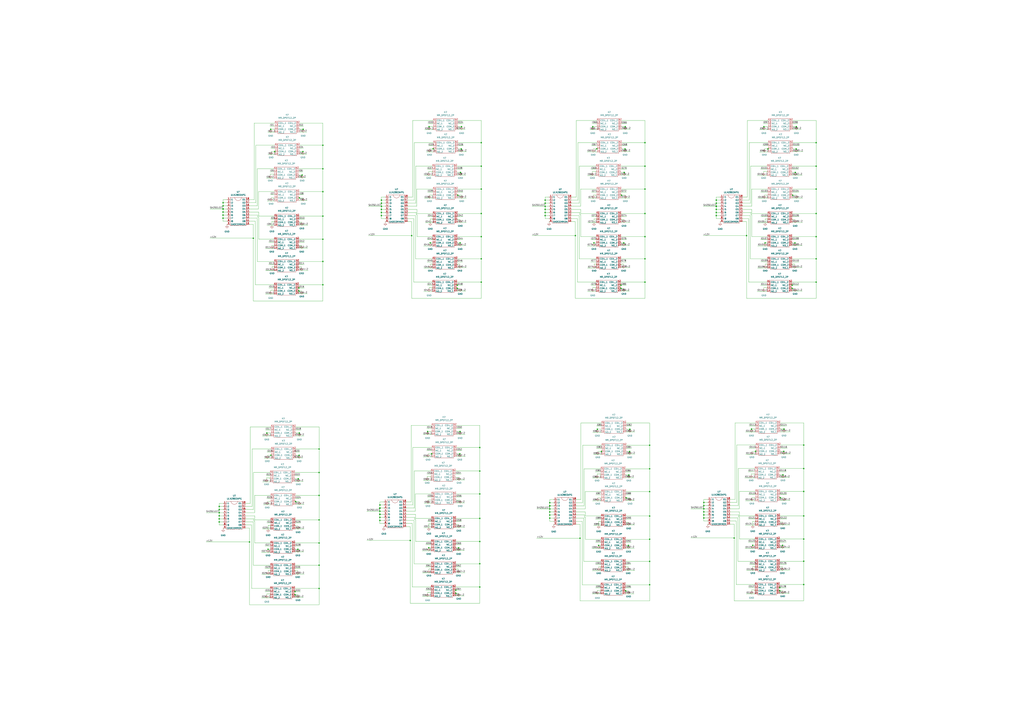
<source format=kicad_sch>
(kicad_sch (version 20211123) (generator eeschema)
  (paper "A1")
  (junction (at 312.039 417.576))
  (junction (at 650.5702 236.9566))
  (junction (at 374.3452 487.5276))
  (junction (at 627.38 104.0892))
  (junction (at 578.0786 418.1094))
  (junction (at 379.0696 104.0892))
  (junction (at 670.2806 117.2464))
  (junction (at 183.1848 169.164))
  (junction (at 265.2014 214.8586))
  (junction (at 395.2748 194.4878))
  (junction (at 245.8466 355.8794))
  (junction (at 262.0518 464.4898))
  (junction (at 377.6726 372.9736))
  (junction (at 529.717 231.8766))
  (junction (at 642.7216 448.1576))
  (junction (at 374.3452 484.9876))
  (junction (at 670.2806 212.6996))
  (junction (at 313.2328 177.165))
  (junction (at 336.9056 444.2206))
  (junction (at 245.6688 374.1928))
  (junction (at 529.717 212.6996))
  (junction (at 262.0518 407.162))
  (junction (at 354.5078 372.8974))
  (junction (at 533.527 404.0378))
  (junction (at 248.1326 143.8656))
  (junction (at 395.2748 117.2464))
  (junction (at 447.7004 167.005))
  (junction (at 602.9452 442.1886))
  (junction (at 313.2582 164.465))
  (junction (at 660.0952 385.1148))
  (junction (at 513.334 122.4026))
  (junction (at 533.527 461.3656))
  (junction (at 451.485 420.751))
  (junction (at 204.9018 445.4398))
  (junction (at 529.717 175.4632))
  (junction (at 447.675 177.165))
  (junction (at 180.0352 421.3352))
  (junction (at 533.527 385.2418))
  (junction (at 242.3414 486.2068))
  (junction (at 451.5612 415.671))
  (junction (at 660.0952 403.9108))
  (junction (at 180.0352 418.7952))
  (junction (at 660.0952 443.0268))
  (junction (at 529.717 117.2464))
  (junction (at 516.1534 448.2846))
  (junction (at 490.6264 352.7552))
  (junction (at 395.2748 212.6996))
  (junction (at 451.485 423.291))
  (junction (at 447.7004 164.465))
  (junction (at 248.8184 124.5616))
  (junction (at 352.1202 450.1896))
  (junction (at 312.0136 420.116))
  (junction (at 490.1692 122.3264))
  (junction (at 245.491 236.5756))
  (junction (at 510.0066 236.9566))
  (junction (at 262.0518 446.278))
  (junction (at 312.039 422.656))
  (junction (at 510.0066 234.4166))
  (junction (at 670.2806 194.4878))
  (junction (at 208.0514 195.8086))
  (junction (at 312.0136 425.196))
  (junction (at 312.0136 422.656))
  (junction (at 660.0952 424.0022))
  (junction (at 533.527 424.1292))
  (junction (at 533.527 365.9124))
  (junction (at 588.2386 177.165))
  (junction (at 640.3848 485.4956))
  (junction (at 512.6482 141.7066))
  (junction (at 578.0786 413.004))
  (junction (at 513.5118 104.0892))
  (junction (at 670.2806 175.4632))
  (junction (at 493.9792 370.9924))
  (junction (at 653.8976 122.4026))
  (junction (at 313.2328 174.625))
  (junction (at 352.3742 104.0892))
  (junction (at 394.0556 387.1468))
  (junction (at 640.7912 408.9908))
  (junction (at 313.2582 167.005))
  (junction (at 351.155 354.6602))
  (junction (at 312.039 415.036))
  (junction (at 650.9766 160.4518))
  (junction (at 491.5916 448.2846))
  (junction (at 653.2118 141.7066))
  (junction (at 588.2386 172.085))
  (junction (at 375.5644 236.9566))
  (junction (at 451.5612 418.2618))
  (junction (at 265.2014 138.7348))
  (junction (at 183.1848 166.624))
  (junction (at 222.3008 106.2482))
  (junction (at 180.0098 423.8752))
  (junction (at 476.377 442.3156))
  (junction (at 670.2806 136.5758))
  (junction (at 617.1946 352.6282))
  (junction (at 514.223 409.1178))
  (junction (at 338.1248 193.6496))
  (junction (at 248.9962 106.2482))
  (junction (at 353.3394 199.6186))
  (junction (at 378.8918 122.4026))
  (junction (at 377.8504 354.6602))
  (junction (at 262.0518 369.0366))
  (junction (at 394.0556 482.4476))
  (junction (at 262.0518 483.6668))
  (junction (at 517.144 371.0686))
  (junction (at 394.0556 426.0342))
  (junction (at 395.2748 231.8766))
  (junction (at 312.0136 417.6268))
  (junction (at 245.8974 162.6108))
  (junction (at 670.2806 231.8766))
  (junction (at 375.9708 160.4518))
  (junction (at 220.1164 451.4088))
  (junction (at 262.0518 388.366))
  (junction (at 650.5702 234.4166))
  (junction (at 447.675 172.085))
  (junction (at 377.9012 199.6186))
  (junction (at 487.7816 199.6186))
  (junction (at 394.0556 463.2706))
  (junction (at 242.3414 488.7468))
  (junction (at 588.264 164.465))
  (junction (at 643.89 352.6282))
  (junction (at 620.5474 370.8654))
  (junction (at 512.3434 199.6186))
  (junction (at 472.567 193.6496))
  (junction (at 628.3452 199.6186))
  (junction (at 180.0098 426.4152))
  (junction (at 588.2386 174.625))
  (junction (at 588.2894 169.545))
  (junction (at 222.504 374.1166))
  (junction (at 447.675 174.625))
  (junction (at 447.7004 169.5958))
  (junction (at 312.039 417.6014))
  (junction (at 225.6536 124.4854))
  (junction (at 265.2014 196.6468))
  (junction (at 376.682 450.1896))
  (junction (at 510.413 160.4518))
  (junction (at 183.1848 171.6786))
  (junction (at 219.1512 355.8794))
  (junction (at 513.8166 485.6226))
  (junction (at 265.2014 157.5308))
  (junction (at 180.0352 416.2552))
  (junction (at 451.5104 413.131))
  (junction (at 486.8164 104.0892))
  (junction (at 451.485 425.831))
  (junction (at 578.0532 425.704))
  (junction (at 395.2748 136.5758))
  (junction (at 640.3848 482.9556))
  (junction (at 265.2014 177.6222))
  (junction (at 588.264 167.005))
  (junction (at 183.1594 174.244))
  (junction (at 654.0754 104.0892))
  (junction (at 660.0952 480.4156))
  (junction (at 313.2836 169.5704))
  (junction (at 183.1848 171.704))
  (junction (at 517.3218 352.7552))
  (junction (at 265.2014 234.0356))
  (junction (at 394.0556 445.0588))
  (junction (at 451.5104 415.671))
  (junction (at 643.7122 370.9416))
  (junction (at 578.0532 420.624))
  (junction (at 618.1598 448.1576))
  (junction (at 652.907 199.6186))
  (junction (at 183.1594 179.324))
  (junction (at 180.0098 428.9552))
  (junction (at 630.7328 122.3264))
  (junction (at 578.0532 423.164))
  (junction (at 375.5644 234.4166))
  (junction (at 395.2748 175.4632))
  (junction (at 245.491 239.1156))
  (junction (at 394.0556 405.9428))
  (junction (at 533.527 480.5426))
  (junction (at 355.727 122.3264))
  (junction (at 312.0136 427.736))
  (junction (at 529.717 194.4878))
  (junction (at 578.0786 415.544))
  (junction (at 313.2328 172.085))
  (junction (at 516.4582 390.3726))
  (junction (at 643.0264 390.2456))
  (junction (at 588.264 169.545))
  (junction (at 262.0518 427.2534))
  (junction (at 660.0952 365.7854))
  (junction (at 533.527 443.1538))
  (junction (at 613.1306 193.6496))
  (junction (at 529.717 155.3718))
  (junction (at 378.206 141.7066))
  (junction (at 670.2806 155.3718))
  (junction (at 395.2748 155.3718))
  (junction (at 244.6782 451.4088))
  (junction (at 265.2014 119.4054))
  (junction (at 394.0556 367.8174))
  (junction (at 529.717 136.5758))
  (junction (at 660.0952 461.2386))
  (junction (at 183.1594 176.784))
  (junction (at 242.7478 412.242))
  (junction (at 244.983 393.4968))
  (wire (pts (xy 352.1202 140.843) (xy 354.9396 140.843)))
  (wire (pts (xy 627.761 122.3772) (xy 630.682 122.3264)))
  (wire (pts (xy 616.4072 167.005) (xy 609.8032 167.005)))
  (wire (pts (xy 351.536 372.9482) (xy 354.457 372.8974)))
  (wire (pts (xy 489.0516 426.6946) (xy 493.5728 426.6692)))
  (wire (pts (xy 312.039 417.576) (xy 315.2902 417.576)))
  (wire (pts (xy 489.966 350.1898) (xy 493.8522 350.1898)))
  (wire (pts (xy 605.0534 413.004) (xy 599.6178 413.004)))
  (wire (pts (xy 221.6404 103.6828) (xy 225.5266 103.6828)))
  (wire (pts (xy 628.4976 217.7542) (xy 628.4976 217.0938)))
  (wire (pts (xy 351.1804 486.9434) (xy 353.7712 486.9434)))
  (wire (pts (xy 510.413 160.5026) (xy 510.413 160.4518)))
  (wire (pts (xy 567.3852 418.1094) (xy 578.0786 418.1094)))
  (wire (pts (xy 624.7384 197.0278) (xy 630.174 197.0278)))
  (wire (pts (xy 640.5626 445.5668) (xy 645.795 445.5922)))
  (wire (pts (xy 640.7912 411.2768) (xy 648.8938 411.2514)))
  (wire (pts (xy 619.8108 480.4156) (xy 604.647 480.4156)))
  (wire (pts (xy 395.2748 175.4632) (xy 395.2748 155.3718)))
  (wire (pts (xy 341.4014 136.5758) (xy 341.4014 167.005)))
  (wire (pts (xy 312.0136 427.736) (xy 315.2902 427.736)))
  (wire (pts (xy 217.805 204.2668) (xy 225.0948 204.2668)))
  (wire (pts (xy 349.631 484.9876) (xy 353.7712 484.9876)))
  (wire (pts (xy 529.717 155.3718) (xy 529.717 136.5758)))
  (wire (pts (xy 242.7478 412.2928) (xy 242.7478 412.242)))
  (wire (pts (xy 510.413 155.3718) (xy 529.717 155.3718)))
  (wire (pts (xy 588.2894 169.545) (xy 588.2894 171.5262)))
  (wire (pts (xy 489.7628 179.8828) (xy 489.7628 180.5432)))
  (wire (pts (xy 205.6384 413.7152) (xy 205.6384 350.774)))
  (wire (pts (xy 347.8784 202.1078) (xy 355.1682 202.1078)))
  (wire (pts (xy 578.0786 418.1094) (xy 578.104 418.1094)))
  (wire (pts (xy 490.9566 409.1178) (xy 493.649 409.1178)))
  (wire (pts (xy 352.2726 468.3252) (xy 352.2726 467.6648)))
  (wire (pts (xy 180.0098 431.4952) (xy 180.0098 428.9552)))
  (wire (pts (xy 347.5482 375.4882) (xy 354.5078 375.4374)))
  (wire (pts (xy 221.742 141.2748) (xy 224.8662 141.2748)))
  (wire (pts (xy 485.8004 157.9372) (xy 489.839 157.9118)))
  (wire (pts (xy 245.6688 204.0128) (xy 252.6538 204.0128)))
  (wire (pts (xy 354.1776 405.9428) (xy 341.1474 405.9428)))
  (wire (pts (xy 316.5094 179.705) (xy 313.2328 179.705)))
  (wire (pts (xy 336.9056 432.816) (xy 336.9056 444.2206)))
  (wire (pts (xy 588.2894 171.5262) (xy 588.2386 172.085)))
  (wire (pts (xy 353.949 445.0588) (xy 341.2998 445.0588)))
  (wire (pts (xy 488.8992 387.731) (xy 493.1918 387.7818)))
  (wire (pts (xy 620.4966 370.8654) (xy 620.5474 370.8654)))
  (wire (pts (xy 222.0976 431.673) (xy 222.0976 432.3334)))
  (wire (pts (xy 510.6162 104.0638) (xy 513.5118 104.0638)))
  (wire (pts (xy 338.1248 193.6496) (xy 338.1248 245.1862)))
  (wire (pts (xy 378.8918 122.3264) (xy 378.8918 122.4026)))
  (wire (pts (xy 650.748 217.1192) (xy 650.748 217.7796)))
  (wire (pts (xy 490.6518 485.0384) (xy 493.2426 485.0384)))
  (wire (pts (xy 222.123 160.0708) (xy 225.3234 160.0708)))
  (wire (pts (xy 451.5612 420.243) (xy 451.485 420.751)))
  (wire (pts (xy 612.0384 431.6222) (xy 620.141 431.6222)))
  (wire (pts (xy 641.1214 365.7854) (xy 660.0952 365.7854)))
  (wire (pts (xy 624.8908 178.1048) (xy 630.3264 178.0032)))
  (wire (pts (xy 221.7674 488.1626) (xy 221.7674 488.7468)))
  (wire (pts (xy 183.1594 176.784) (xy 186.436 176.784)))
  (wire (pts (xy 475.8436 136.5758) (xy 475.8436 167.005)))
  (wire (pts (xy 374.6754 433.4002) (xy 381.762 433.4002)))
  (wire (pts (xy 510.1844 197.0278) (xy 514.5786 197.0278)))
  (wire (pts (xy 623.8494 106.6546) (xy 630.6058 106.6038)))
  (wire (pts (xy 475.6912 177.165) (xy 475.6912 212.6996)))
  (wire (pts (xy 620.141 428.4218) (xy 620.141 429.0822)))
  (wire (pts (xy 480.7712 443.1538) (xy 480.7712 425.069)))
  (wire (pts (xy 451.485 425.831) (xy 451.485 423.291)))
  (wire (pts (xy 204.724 179.324) (xy 211.1756 179.324)))
  (wire (pts (xy 225.0948 214.8586) (xy 211.1756 214.8586)))
  (wire (pts (xy 341.249 426.0342) (xy 341.249 422.656)))
  (wire (pts (xy 211.6836 176.784) (xy 211.6836 178.562)))
  (wire (pts (xy 510.0066 239.2426) (xy 516.9154 239.268)))
  (wire (pts (xy 313.2582 171.577) (xy 313.2328 172.085)))
  (wire (pts (xy 378.206 141.7066) (xy 378.206 141.6558)))
  (wire (pts (xy 377.952 411.0736) (xy 374.7516 411.0736)))
  (wire (pts (xy 512.3434 199.6186) (xy 512.3434 199.5678)))
  (wire (pts (xy 486.8418 236.3724) (xy 489.4326 236.3724)))
  (wire (pts (xy 351.4852 411.0228) (xy 354.1776 411.0228)))
  (wire (pts (xy 493.9792 365.9124) (xy 478.4852 365.9124)))
  (wire (pts (xy 513.7658 392.6078) (xy 520.6238 392.6078)))
  (wire (pts (xy 476.377 493.8522) (xy 533.527 493.8522)))
  (wire (pts (xy 347.4466 357.2002) (xy 354.3808 357.1748)))
  (wire (pts (xy 630.3264 179.8828) (xy 630.3264 180.5432)))
  (wire (pts (xy 611.5812 392.7856) (xy 619.76 392.7348)))
  (wire (pts (xy 591.5152 182.245) (xy 591.5152 182.7784)))
  (wire (pts (xy 183.1848 164.1094) (xy 183.1848 166.624)))
  (wire (pts (xy 223.3422 185.1406) (xy 223.3422 182.0418)))
  (wire (pts (xy 380.492 101.5492) (xy 376.6566 101.5238)))
  (wire (pts (xy 223.266 201.7268) (xy 225.0948 201.7268)))
  (wire (pts (xy 225.6028 124.4854) (xy 225.6536 124.4854)))
  (wire (pts (xy 183.1594 179.324) (xy 183.1594 176.784)))
  (wire (pts (xy 510.7432 124.6124) (xy 517.6266 124.5616)))
  (wire (pts (xy 588.264 169.545) (xy 588.2894 169.545)))
  (wire (pts (xy 476.1992 174.625) (xy 476.1992 176.403)))
  (wire (pts (xy 578.0532 428.244) (xy 578.0532 425.704)))
  (wire (pts (xy 630.174 212.6996) (xy 616.2548 212.6996)))
  (wire (pts (xy 245.491 239.1918) (xy 245.491 239.1156)))
  (wire (pts (xy 493.2426 485.0384) (xy 493.2426 485.6226)))
  (wire (pts (xy 660.0952 385.1148) (xy 660.0952 365.7854)))
  (wire (pts (xy 588.264 161.9504) (xy 588.264 164.465)))
  (wire (pts (xy 604.647 480.4156) (xy 604.647 428.244)))
  (wire (pts (xy 486.8164 355.346) (xy 493.8522 355.2698)))
  (wire (pts (xy 225.3234 157.5308) (xy 212.2932 157.5308)))
  (wire (pts (xy 245.9482 412.2928) (xy 242.7478 412.2928)))
  (wire (pts (xy 451.5612 418.2618) (xy 454.7616 418.211)))
  (wire (pts (xy 208.0514 247.3452) (xy 265.2014 247.3452)))
  (wire (pts (xy 642.7978 485.5718) (xy 640.3848 485.5718)))
  (wire (pts (xy 354.457 372.8974) (xy 354.5078 372.8974)))
  (wire (pts (xy 513.7658 387.7818) (xy 518.0838 387.7818)))
  (wire (pts (xy 223.3422 182.0418) (xy 225.2472 182.0418)))
  (wire (pts (xy 655.2438 101.5492) (xy 651.6624 101.5238)))
  (wire (pts (xy 640.715 426.5422) (xy 646.2014 426.5422)))
  (wire (pts (xy 374.3706 484.9876) (xy 378.7902 485.0384)))
  (wire (pts (xy 454.7616 428.371) (xy 451.485 428.371)))
  (wire (pts (xy 246.1006 106.2228) (xy 248.9962 106.2228)))
  (wire (pts (xy 376.682 450.1896) (xy 376.682 450.1388)))
  (wire (pts (xy 515.9502 465.7852) (xy 513.9944 465.7852)))
  (wire (pts (xy 486.664 411.6324) (xy 493.649 411.6578)))
  (wire (pts (xy 350.5962 389.6868) (xy 353.7204 389.6868)))
  (wire (pts (xy 222.504 369.0366) (xy 207.01 369.0366)))
  (wire (pts (xy 447.7004 164.465) (xy 447.7004 167.005)))
  (wire (pts (xy 242.7478 409.702) (xy 247.142 409.7782)))
  (wire (pts (xy 627.38 104.0892) (xy 627.38 104.0638)))
  (wire (pts (xy 533.527 404.0378) (xy 533.527 385.2418)))
  (wire (pts (xy 246.5832 103.6828) (xy 246.1006 103.6828)))
  (wire (pts (xy 222.0468 143.002) (xy 222.0468 143.891)))
  (wire (pts (xy 374.523 467.6902) (xy 374.523 468.3506)))
  (wire (pts (xy 350.1644 124.8664) (xy 355.727 124.8664)))
  (wire (pts (xy 630.3264 175.4632) (xy 617.474 175.4632)))
  (wire (pts (xy 615.1372 368.4016) (xy 620.5474 368.3254)))
  (wire (pts (xy 451.5104 410.6164) (xy 451.5104 413.131)))
  (wire (pts (xy 222.3262 239.268) (xy 222.3262 238.5314)))
  (wire (pts (xy 577.4944 193.6496) (xy 613.1306 193.6496)))
  (wire (pts (xy 451.5612 420.243) (xy 451.5612 418.2618)))
  (wire (pts (xy 218.8972 392.6332) (xy 218.8972 393.5222)))
  (wire (pts (xy 609.8032 172.085) (xy 617.474 172.085)))
  (wire (pts (xy 617.22 484.9114) (xy 619.8108 484.9114)))
  (wire (pts (xy 588.264 169.545) (xy 588.2894 169.5704)))
  (wire (pts (xy 352.3742 104.0892) (xy 352.3742 104.0638)))
  (wire (pts (xy 619.76 385.1148) (xy 606.2218 385.1148)))
  (wire (pts (xy 482.7778 183.0832) (xy 489.7628 183.0832)))
  (wire (pts (xy 591.5152 179.705) (xy 588.2386 179.705)))
  (wire (pts (xy 265.2014 119.4054) (xy 265.2014 101.1428)))
  (wire (pts (xy 482.1936 124.841) (xy 490.1692 124.8664)))
  (wire (pts (xy 375.7422 201.8538) (xy 382.7272 201.8538)))
  (wire (pts (xy 348.1324 220.3196) (xy 355.1682 220.3196)))
  (wire (pts (xy 352.7044 160.4518) (xy 355.3968 160.4518)))
  (wire (pts (xy 650.9004 180.5432) (xy 653.034 180.5432)))
  (wire (pts (xy 262.0518 407.162) (xy 262.0518 388.366)))
  (wire (pts (xy 204.724 176.784) (xy 211.6836 176.784)))
  (wire (pts (xy 245.6688 374.1166) (xy 245.6688 374.1928)))
  (wire (pts (xy 244.983 393.4968) (xy 244.983 393.446)))
  (wire (pts (xy 641.1214 370.8654) (xy 643.7122 370.8654)))
  (wire (pts (xy 588.2386 172.085) (xy 591.5152 172.085)))
  (wire (pts (xy 219.5322 374.1674) (xy 222.4532 374.1166)))
  (wire (pts (xy 216.3064 414.782) (xy 222.1738 414.782)))
  (wire (pts (xy 643.9916 409.0416) (xy 640.7912 409.0416)))
  (wire (pts (xy 246.1006 108.5088) (xy 251.9934 108.5088)))
  (wire (pts (xy 374.7516 413.3088) (xy 381.6096 413.258)))
  (wire (pts (xy 476.9612 194.4878) (xy 476.9612 176.403)))
  (wire (pts (xy 617.1946 352.6282) (xy 617.1946 352.6028)))
  (wire (pts (xy 220.2688 469.5444) (xy 220.2688 468.884)))
  (wire (pts (xy 611.8606 450.6976) (xy 619.9886 450.6468)))
  (wire (pts (xy 342.3666 155.3718) (xy 342.3666 169.545)))
  (wire (pts (xy 512.6482 141.7066) (xy 512.6482 141.6558)))
  (wire (pts (xy 341.757 174.625) (xy 341.757 176.403)))
  (wire (pts (xy 619.76 389.382) (xy 619.76 390.1948)))
  (wire (pts (xy 245.491 234.0356) (xy 265.2014 234.0356)))
  (wire (pts (xy 376.4788 467.6902) (xy 374.523 467.6902)))
  (wire (pts (xy 482.473 239.4966) (xy 489.4326 239.4966)))
  (wire (pts (xy 333.5782 422.656) (xy 341.249 422.656)))
  (wire (pts (xy 186.436 164.084) (xy 183.1848 164.1094)))
  (wire (pts (xy 242.2906 388.366) (xy 262.0518 388.366)))
  (wire (pts (xy 374.7516 405.9428) (xy 394.0556 405.9428)))
  (wire (pts (xy 222.3262 238.5314) (xy 224.917 238.5314)))
  (wire (pts (xy 375.4374 352.0948) (xy 374.9548 352.0948)))
  (wire (pts (xy 533.527 424.1292) (xy 533.527 404.0378)))
  (wire (pts (xy 621.792 144.1704) (xy 629.9454 144.1958)))
  (wire (pts (xy 183.1594 176.784) (xy 183.1594 174.244)))
  (wire (pts (xy 627.126 140.843) (xy 627.126 141.732)))
  (wire (pts (xy 394.0556 482.4476) (xy 394.0556 463.2706)))
  (wire (pts (xy 354.9396 136.5758) (xy 341.4014 136.5758)))
  (wire (pts (xy 349.631 447.5988) (xy 353.949 447.5988)))
  (wire (pts (xy 487.172 373.507) (xy 493.9792 373.5324)))
  (wire (pts (xy 447.7004 167.005) (xy 447.7004 169.5958)))
  (wire (pts (xy 209.2452 427.2534) (xy 209.2452 423.8752)))
  (wire (pts (xy 375.9708 157.9118) (xy 380.1872 157.9118)))
  (wire (pts (xy 485.2924 234.4166) (xy 489.4326 234.4166)))
  (wire (pts (xy 338.1248 245.1862) (xy 395.2748 245.1862)))
  (wire (pts (xy 220.6752 217.3986) (xy 225.0948 217.3986)))
  (wire (pts (xy 614.5784 426.5422) (xy 620.141 426.5422)))
  (wire (pts (xy 346.9132 470.8906) (xy 353.949 470.8906)))
  (wire (pts (xy 221.9452 446.278) (xy 209.296 446.278)))
  (wire (pts (xy 242.5192 468.9094) (xy 242.5192 469.5698)))
  (wire (pts (xy 514.1468 424.1292) (xy 533.527 424.1292)))
  (wire (pts (xy 340.1822 417.576) (xy 333.5782 417.576)))
  (wire (pts (xy 454.7616 430.911) (xy 454.7616 431.4444)))
  (wire (pts (xy 262.0518 483.6668) (xy 262.0518 464.4898)))
  (wire (pts (xy 215.4428 434.7972) (xy 222.0976 434.8734)))
  (wire (pts (xy 626.4656 119.7864) (xy 630.7328 119.7864)))
  (wire (pts (xy 242.5192 467.0298) (xy 246.7102 467.0298)))
  (wire (pts (xy 394.0556 405.9428) (xy 394.0556 387.1468)))
  (wire (pts (xy 183.2864 413.7152) (xy 180.0352 413.7406)))
  (wire (pts (xy 654.177 160.5026) (xy 650.9766 160.5026)))
  (wire (pts (xy 315.2902 430.276) (xy 312.0136 430.276)))
  (wire (pts (xy 242.5192 471.8558) (xy 249.8852 471.8558)))
  (wire (pts (xy 624.6876 234.5436) (xy 629.9962 234.4166)))
  (wire (pts (xy 348.1324 144.145) (xy 354.9396 144.1958)))
  (wire (pts (xy 615.2388 164.465) (xy 609.8032 164.465)))
  (wire (pts (xy 514.9596 350.1898) (xy 514.4262 350.1898)))
  (wire (pts (xy 246.2276 126.7714) (xy 251.9426 126.7714)))
  (wire (pts (xy 247.8278 201.7268) (xy 245.6688 201.7268)))
  (wire (pts (xy 653.2118 141.6558) (xy 650.5194 141.6558)))
  (wire (pts (xy 180.0352 416.2552) (xy 180.0352 418.7952)))
  (wire (pts (xy 347.6244 394.7668) (xy 353.7204 394.7668)))
  (wire (pts (xy 450.9516 179.705) (xy 447.675 179.705)))
  (wire (pts (xy 375.0818 367.8174) (xy 394.0556 367.8174)))
  (wire (pts (xy 208.1784 418.7952) (xy 201.5744 418.7952)))
  (wire (pts (xy 354.9904 236.3724) (xy 354.9904 236.9566)))
  (wire (pts (xy 220.7768 236.5756) (xy 224.917 236.5756)))
  (wire (pts (xy 510.3368 182.8292) (xy 517.4234 182.8292)))
  (wire (pts (xy 374.523 452.4248) (xy 381.508 452.4248)))
  (wire (pts (xy 514.223 406.5778) (xy 518.287 406.5778)))
  (wire (pts (xy 489.7628 175.4632) (xy 476.9104 175.4632)))
  (wire (pts (xy 351.1296 178.0032) (xy 355.3206 178.0032)))
  (wire (pts (xy 486.5624 140.843) (xy 489.3818 140.843)))
  (wire (pts (xy 312.0136 417.6268) (xy 312.0136 420.116)))
  (wire (pts (xy 219.3036 371.5766) (xy 222.504 371.5766)))
  (wire (pts (xy 618.3122 466.2932) (xy 618.3122 465.6328)))
  (wire (pts (xy 642.5184 465.6582) (xy 640.5626 465.6582)))
  (wire (pts (xy 208.788 101.1428) (xy 225.5266 101.1428)))
  (wire (pts (xy 440.817 418.2364) (xy 451.5612 418.2618)))
  (wire (pts (xy 486.156 101.5238) (xy 490.0422 101.5238)))
  (wire (pts (xy 183.1594 181.864) (xy 183.1594 179.324)))
  (wire (pts (xy 313.2328 177.165) (xy 313.2328 174.625)))
  (wire (pts (xy 224.917 238.5314) (xy 224.917 239.1156)))
  (wire (pts (xy 614.8832 406.4762) (xy 620.2172 406.4508)))
  (wire (pts (xy 216.9414 376.6566) (xy 222.504 376.6566)))
  (wire (pts (xy 489.6104 217.0938) (xy 489.6104 217.7796)))
  (wire (pts (xy 514.223 411.4038) (xy 521.0556 411.3784)))
  (wire (pts (xy 214.8078 491.2868) (xy 221.7674 491.2868)))
  (wire (pts (xy 622.173 183.1594) (xy 630.3264 183.0832)))
  (wire (pts (xy 245.8212 182.7022) (xy 247.9548 182.7022)))
  (wire (pts (xy 493.649 404.0378) (xy 480.6188 404.0378)))
  (wire (pts (xy 183.1848 171.6786) (xy 183.1848 171.704)))
  (wire (pts (xy 578.0786 418.084) (xy 581.3298 418.084)))
  (wire (pts (xy 515.2136 119.8372) (xy 510.7432 119.7864)))
  (wire (pts (xy 514.223 404.0378) (xy 533.527 404.0378)))
  (wire (pts (xy 670.2806 98.9838) (xy 651.1798 98.9838)))
  (wire (pts (xy 338.6074 430.276) (xy 333.5782 430.276)))
  (wire (pts (xy 243.078 376.4026) (xy 248.793 376.4026)))
  (wire (pts (xy 242.6716 434.6194) (xy 249.7582 434.6194)))
  (wire (pts (xy 201.5744 428.9552) (xy 208.026 428.9552)))
  (wire (pts (xy 447.675 174.625) (xy 447.675 172.085)))
  (wire (pts (xy 606.5774 423.164) (xy 606.5774 424.942)))
  (wire (pts (xy 512.4196 237.0328) (xy 510.0066 237.0328)))
  (wire (pts (xy 223.4184 219.9132) (xy 223.4184 219.2528)))
  (wire (pts (xy 377.9774 237.0328) (xy 375.5644 237.0328)))
  (wire (pts (xy 353.7712 486.9434) (xy 353.7712 487.5276)))
  (wire (pts (xy 474.2688 179.705) (xy 469.2396 179.705)))
  (wire (pts (xy 510.3368 178.0032) (xy 514.6802 178.0032)))
  (wire (pts (xy 183.2864 434.0352) (xy 183.2864 434.5686)))
  (wire (pts (xy 355.1682 194.4878) (xy 342.519 194.4878)))
  (wire (pts (xy 183.2864 431.4952) (xy 180.0098 431.4952)))
  (wire (pts (xy 242.7478 407.162) (xy 262.0518 407.162)))
  (wire (pts (xy 650.5194 136.5758) (xy 670.2806 136.5758)))
  (wire (pts (xy 375.7422 194.4878) (xy 395.2748 194.4878)))
  (wire (pts (xy 627.4054 236.3724) (xy 629.9962 236.3724)))
  (wire (pts (xy 180.0352 421.3352) (xy 183.2864 421.3352)))
  (wire (pts (xy 247.904 239.1918) (xy 245.491 239.1918)))
  (wire (pts (xy 375.5136 136.5758) (xy 395.2748 136.5758)))
  (wire (pts (xy 219.4814 412.242) (xy 222.1738 412.242)))
  (wire (pts (xy 617.5248 408.9908) (xy 620.2172 408.9908)))
  (wire (pts (xy 249.2248 121.9454) (xy 246.2276 121.9454)))
  (wire (pts (xy 670.2806 117.2464) (xy 670.2806 98.9838)))
  (wire (pts (xy 220.2688 468.884) (xy 221.9452 468.884)))
  (wire (pts (xy 183.1594 174.244) (xy 186.436 174.244)))
  (wire (pts (xy 379.4252 370.332) (xy 375.0818 370.3574)))
  (wire (pts (xy 493.1918 385.2418) (xy 479.6536 385.2418)))
  (wire (pts (xy 480.0092 423.291) (xy 480.0092 425.069)))
  (wire (pts (xy 660.0952 403.9108) (xy 660.0952 385.1148)))
  (wire (pts (xy 220.1926 431.673) (xy 222.0976 431.673)))
  (wire (pts (xy 352.1964 430.4538) (xy 354.1014 430.4538)))
  (wire (pts (xy 180.0352 416.2552) (xy 183.2864 416.2552)))
  (wire (pts (xy 617.3724 169.545) (xy 609.8032 169.545)))
  (wire (pts (xy 218.9734 409.702) (xy 222.1738 409.702)))
  (wire (pts (xy 354.9396 140.843) (xy 354.9396 141.6558)))
  (wire (pts (xy 212.2932 157.5308) (xy 212.2932 171.704)))
  (wire (pts (xy 447.675 177.165) (xy 450.9516 177.165)))
  (wire (pts (xy 242.3668 486.2068) (xy 242.3414 486.2068)))
  (wire (pts (xy 375.8946 178.0032) (xy 380.238 178.0032)))
  (wire (pts (xy 493.5728 424.1292) (xy 480.7204 424.1292)))
  (wire (pts (xy 533.527 493.8522) (xy 533.527 480.5426)))
  (wire (pts (xy 352.1202 450.1896) (xy 352.1202 450.1388)))
  (wire (pts (xy 619.9886 443.0268) (xy 607.3394 443.0268)))
  (wire (pts (xy 221.9452 464.4898) (xy 208.026 464.4898)))
  (wire (pts (xy 650.5194 143.9418) (xy 658.876 143.9418)))
  (wire (pts (xy 490.3724 389.509) (xy 490.3724 390.398)))
  (wire (pts (xy 242.3414 483.6668) (xy 262.0518 483.6668)))
  (wire (pts (xy 603.6818 410.464) (xy 603.6818 347.5228)))
  (wire (pts (xy 378.206 141.6558) (xy 375.5136 141.6558)))
  (wire (pts (xy 510.1844 212.6996) (xy 529.717 212.6996)))
  (wire (pts (xy 245.5164 236.5756) (xy 245.491 236.5756)))
  (wire (pts (xy 340.5378 425.196) (xy 340.5378 426.974)))
  (wire (pts (xy 514.223 409.1686) (xy 514.223 409.1178)))
  (wire (pts (xy 204.724 184.404) (xy 208.0514 184.404)))
  (wire (pts (xy 511.0988 101.5238) (xy 510.6162 101.5238)))
  (wire (pts (xy 375.5644 231.8766) (xy 395.2748 231.8766)))
  (wire (pts (xy 650.9766 157.9118) (xy 656.2598 157.9118)))
  (wire (pts (xy 312.0136 420.116) (xy 315.2902 420.116)))
  (wire (pts (xy 215.6206 395.986) (xy 221.7166 395.986)))
  (wire (pts (xy 487.934 217.0938) (xy 489.6104 217.0938)))
  (wire (pts (xy 180.0352 418.7952) (xy 183.2864 418.7952)))
  (wire (pts (xy 493.9284 370.9924) (xy 493.9792 370.9924)))
  (wire (pts (xy 660.0952 493.7252) (xy 660.0952 480.4156)))
  (wire (pts (xy 242.3414 491.0328) (xy 249.2502 491.0582)))
  (wire (pts (xy 599.6178 410.464) (xy 603.6818 410.464)))
  (wire (pts (xy 447.675 177.165) (xy 447.675 174.625)))
  (wire (pts (xy 533.527 385.2418) (xy 533.527 365.9124)))
  (wire (pts (xy 616.7628 176.403) (xy 617.5248 176.403)))
  (wire (pts (xy 640.3848 485.5718) (xy 640.3848 485.4956)))
  (wire (pts (xy 225.2472 182.0418) (xy 225.2472 182.7022)))
  (wire (pts (xy 640.715 431.3682) (xy 648.7668 431.3682)))
  (wire (pts (xy 374.3452 487.6038) (xy 374.3452 487.5276)))
  (wire (pts (xy 578.0532 425.704) (xy 581.3298 425.704)))
  (wire (pts (xy 650.5702 239.2426) (xy 658.8506 239.2934)))
  (wire (pts (xy 342.3666 169.545) (xy 334.7974 169.545)))
  (wire (pts (xy 246.2276 119.4054) (xy 265.2014 119.4054)))
  (wire (pts (xy 242.5192 453.644) (xy 249.5042 453.644)))
  (wire (pts (xy 640.7912 406.4508) (xy 646.0744 406.4508)))
  (wire (pts (xy 588.2386 174.625) (xy 588.2386 172.085)))
  (wire (pts (xy 660.0952 480.4156) (xy 660.0952 461.2386)))
  (wire (pts (xy 510.1844 201.8538) (xy 517.1694 201.8538)))
  (wire (pts (xy 312.0136 420.116) (xy 312.039 422.656)))
  (wire (pts (xy 375.5898 234.4166) (xy 380.0094 234.4674)))
  (wire (pts (xy 208.534 426.4152) (xy 208.534 428.1932)))
  (wire (pts (xy 670.2806 245.1862) (xy 670.2806 231.8766)))
  (wire (pts (xy 650.5702 237.0328) (xy 650.5702 236.9566)))
  (wire (pts (xy 622.2492 202.0824) (xy 630.174 202.1078)))
  (wire (pts (xy 247.6246 219.9894) (xy 247.6246 219.2782)))
  (wire (pts (xy 316.5094 161.925) (xy 313.2582 161.9504)))
  (wire (pts (xy 352.2726 467.6648) (xy 353.949 467.6648)))
  (wire (pts (xy 376.301 117.2464) (xy 395.2748 117.2464)))
  (wire (pts (xy 474.2688 231.8766) (xy 474.2688 179.705)))
  (wire (pts (xy 469.2396 161.925) (xy 473.3036 161.925)))
  (wire (pts (xy 628.3452 199.5678) (xy 630.174 199.5678)))
  (wire (pts (xy 510.1844 217.1192) (xy 510.1844 217.7796)))
  (wire (pts (xy 640.334 392.4808) (xy 648.589 392.5062)))
  (wire (pts (xy 451.485 423.291) (xy 451.485 420.751)))
  (wire (pts (xy 454.7616 410.591) (xy 451.5104 410.6164)))
  (wire (pts (xy 183.1848 166.624) (xy 186.436 166.624)))
  (wire (pts (xy 375.8946 175.4632) (xy 395.2748 175.4632)))
  (wire (pts (xy 493.2426 480.5426) (xy 478.0788 480.5426)))
  (wire (pts (xy 377.9012 199.5678) (xy 375.7422 199.5678)))
  (wire (pts (xy 394.0556 349.5548) (xy 374.9548 349.5548)))
  (wire (pts (xy 180.0098 426.4152) (xy 183.2864 426.4152)))
  (wire (pts (xy 375.9708 162.7378) (xy 383.0066 162.687)))
  (wire (pts (xy 222.1738 407.162) (xy 209.1436 407.162)))
  (wire (pts (xy 612.3178 355.1682) (xy 620.4204 355.1428)))
  (wire (pts (xy 624.84 215.138) (xy 630.174 215.2396)))
  (wire (pts (xy 210.1596 166.624) (xy 204.724 166.624)))
  (wire (pts (xy 602.9452 442.1886) (xy 602.9452 493.7252)))
  (wire (pts (xy 204.724 164.084) (xy 208.788 164.084)))
  (wire (pts (xy 375.7422 212.6996) (xy 395.2748 212.6996)))
  (wire (pts (xy 618.236 428.4218) (xy 620.141 428.4218)))
  (wire (pts (xy 620.2172 403.9108) (xy 607.187 403.9108)))
  (wire (pts (xy 650.5956 234.4166) (xy 656.082 234.4674)))
  (wire (pts (xy 204.724 174.244) (xy 212.3948 174.244)))
  (wire (pts (xy 349.5294 465.8106) (xy 353.949 465.8106)))
  (wire (pts (xy 245.6688 217.3986) (xy 249.8598 217.3986)))
  (wire (pts (xy 395.2748 231.8766) (xy 395.2748 212.6996)))
  (wire (pts (xy 618.3122 465.6328) (xy 619.9886 465.6328)))
  (wire (pts (xy 612.8512 488.0356) (xy 619.8108 488.0356)))
  (wire (pts (xy 477.1136 347.6498) (xy 493.8522 347.6498)))
  (wire (pts (xy 201.5744 434.0352) (xy 204.9018 434.0352)))
  (wire (pts (xy 346.8116 490.0676) (xy 353.7712 490.0676)))
  (wire (pts (xy 242.3668 486.2068) (xy 246.7864 486.2576)))
  (wire (pts (xy 376.301 124.6124) (xy 383.1844 124.587)))
  (wire (pts (xy 374.2944 389.6868) (xy 378.7902 389.6614)))
  (wire (pts (xy 339.8266 231.8766) (xy 339.8266 179.705)))
  (wire (pts (xy 208.1784 388.366) (xy 208.1784 418.7952)))
  (wire (pts (xy 533.527 480.5426) (xy 533.527 461.3656)))
  (wire (pts (xy 651.1798 106.3498) (xy 658.0632 106.3498)))
  (wire (pts (xy 220.091 127.0254) (xy 225.6536 127.0254)))
  (wire (pts (xy 478.0788 428.371) (xy 473.0496 428.371)))
  (wire (pts (xy 333.5782 425.196) (xy 340.5378 425.196)))
  (wire (pts (xy 313.2328 174.625) (xy 313.2328 172.085)))
  (wire (pts (xy 480.0092 425.069) (xy 480.7712 425.069)))
  (wire (pts (xy 375.5644 237.0328) (xy 375.5644 236.9566)))
  (wire (pts (xy 244.983 393.446) (xy 242.2906 393.446)))
  (wire (pts (xy 643.7122 370.8654) (xy 643.7122 370.9416)))
  (wire (pts (xy 214.6554 453.898) (xy 221.9452 453.898)))
  (wire (pts (xy 218.7702 146.3548) (xy 224.8662 146.3548)))
  (wire (pts (xy 619.9886 461.2386) (xy 606.0694 461.2386)))
  (wire (pts (xy 394.0556 463.2706) (xy 394.0556 445.0588)))
  (wire (pts (xy 513.9944 445.6938) (xy 518.3886 445.6938)))
  (wire (pts (xy 245.6688 219.2782) (xy 245.6688 219.9386)))
  (wire (pts (xy 315.2902 412.496) (xy 312.039 412.5214)))
  (wire (pts (xy 478.4852 413.131) (xy 473.0496 413.131)))
  (wire (pts (xy 588.2894 169.545) (xy 591.5152 169.545)))
  (wire (pts (xy 351.7646 119.8118) (xy 355.727 119.7864)))
  (wire (pts (xy 339.0138 415.036) (xy 333.5782 415.036)))
  (wire (pts (xy 265.2014 247.3452) (xy 265.2014 234.0356)))
  (wire (pts (xy 451.485 425.831) (xy 454.7616 425.831)))
  (wire (pts (xy 350.9772 408.4828) (xy 354.1776 408.4828)))
  (wire (pts (xy 588.264 167.005) (xy 588.264 169.545)))
  (wire (pts (xy 352.3742 104.0638) (xy 355.6 104.0638)))
  (wire (pts (xy 346.6592 452.6788) (xy 353.949 452.6788)))
  (wire (pts (xy 630.7328 117.2464) (xy 615.2388 117.2464)))
  (wire (pts (xy 652.907 199.6186) (xy 652.907 199.5678)))
  (wire (pts (xy 670.2806 194.4878) (xy 670.2806 175.4632)))
  (wire (pts (xy 486.283 488.1626) (xy 493.2426 488.1626)))
  (wire (pts (xy 469.2396 182.245) (xy 472.567 182.245)))
  (wire (pts (xy 341.1474 420.116) (xy 333.5782 420.116)))
  (wire (pts (xy 312.039 415.036) (xy 312.039 417.576)))
  (wire (pts (xy 599.6178 420.624) (xy 607.2886 420.624)))
  (wire (pts (xy 514.1468 426.6692) (xy 518.4902 426.6692)))
  (wire (pts (xy 473.0496 425.831) (xy 479.5012 425.831)))
  (wire (pts (xy 380.5682 119.8118) (xy 376.301 119.7864)))
  (wire (pts (xy 395.2748 98.9838) (xy 376.174 98.9838)))
  (wire (pts (xy 513.9944 463.9056) (xy 518.1854 463.9056)))
  (wire (pts (xy 350.3422 370.3574) (xy 354.5078 370.3574)))
  (wire (pts (xy 374.3706 484.9876) (xy 374.3452 484.9876)))
  (wire (pts (xy 629.9962 231.8766) (xy 614.8324 231.8766)))
  (wire (pts (xy 245.6688 199.1868) (xy 250.063 199.1868)))
  (wire (pts (xy 447.7004 164.465) (xy 450.9516 164.465)))
  (wire (pts (xy 180.0098 428.9552) (xy 183.2864 428.9552)))
  (wire (pts (xy 222.3008 106.2228) (xy 225.5266 106.2228)))
  (wire (pts (xy 616.9406 389.382) (xy 616.9406 390.271)))
  (wire (pts (xy 486.8164 104.0638) (xy 490.0422 104.0638)))
  (wire (pts (xy 206.6036 483.6668) (xy 206.6036 431.4952)))
  (wire (pts (xy 223.4184 219.2528) (xy 225.0948 219.2528)))
  (wire (pts (xy 607.187 418.084) (xy 599.6178 418.084)))
  (wire (pts (xy 478.0788 480.5426) (xy 478.0788 428.371)))
  (wire (pts (xy 374.2944 387.1468) (xy 394.0556 387.1468)))
  (wire (pts (xy 245.4402 146.1008) (xy 251.079 146.05)))
  (wire (pts (xy 613.8672 161.925) (xy 613.8672 98.9838)))
  (wire (pts (xy 374.6754 431.1142) (xy 376.809 431.1142)))
  (wire (pts (xy 374.523 445.0588) (xy 394.0556 445.0588)))
  (wire (pts (xy 640.9944 352.6028) (xy 643.89 352.6028)))
  (wire (pts (xy 211.6836 178.562) (xy 212.4456 178.562)))
  (wire (pts (xy 375.9708 160.5026) (xy 375.9708 160.4518)))
  (wire (pts (xy 248.9962 106.2228) (xy 248.9962 106.2482)))
  (wire (pts (xy 374.523 463.2706) (xy 394.0556 463.2706)))
  (wire (pts (xy 476.9104 175.4632) (xy 476.9104 172.085)))
  (wire (pts (xy 224.8662 143.002) (xy 224.8662 143.8148)))
  (wire (pts (xy 333.5782 427.736) (xy 340.0298 427.736)))
  (wire (pts (xy 578.0786 413.004) (xy 578.0786 415.544)))
  (wire (pts (xy 627.126 140.843) (xy 629.9454 140.843)))
  (wire (pts (xy 472.567 182.245) (xy 472.567 193.6496)))
  (wire (pts (xy 242.6716 429.7934) (xy 247.015 429.7934)))
  (wire (pts (xy 338.8614 98.9838) (xy 355.6 98.9838)))
  (wire (pts (xy 529.717 136.5758) (xy 529.717 117.2464)))
  (wire (pts (xy 578.0532 423.164) (xy 578.0532 420.624)))
  (wire (pts (xy 209.7532 181.864) (xy 204.724 181.864)))
  (wire (pts (xy 209.1436 421.3352) (xy 201.5744 421.3352)))
  (wire (pts (xy 265.2014 196.6468) (xy 265.2014 177.6222)))
  (wire (pts (xy 650.9004 182.8292) (xy 659.1808 182.8292)))
  (wire (pts (xy 643.0264 390.2456) (xy 643.0264 390.1948)))
  (wire (pts (xy 615.188 350.0882) (xy 620.4204 350.0628)))
  (wire (pts (xy 355.3206 179.8828) (xy 355.3206 180.5432)))
  (wire (pts (xy 313.2328 174.625) (xy 316.5094 174.625)))
  (wire (pts (xy 245.4402 138.7348) (xy 265.2014 138.7348)))
  (wire (pts (xy 581.3298 430.784) (xy 581.3298 431.3174)))
  (wire (pts (xy 377.8504 354.6348) (xy 377.8504 354.6602)))
  (wire (pts (xy 352.1964 433.5526) (xy 352.1964 430.4538)))
  (wire (pts (xy 222.6818 124.5362) (xy 225.6028 124.4854)))
  (wire (pts (xy 334.7974 177.165) (xy 341.249 177.165)))
  (wire (pts (xy 316.5094 182.245) (xy 316.5094 182.7784)))
  (wire (pts (xy 650.9004 178.0032) (xy 656.2852 178.054)))
  (wire (pts (xy 376.174 104.0638) (xy 379.0696 104.0638)))
  (wire (pts (xy 491.5916 448.2846) (xy 491.5916 448.2338)))
  (wire (pts (xy 578.0786 415.544) (xy 581.3298 415.544)))
  (wire (pts (xy 479.6536 385.2418) (xy 479.6536 415.671)))
  (wire (pts (xy 186.436 181.864) (xy 183.1594 181.864)))
  (wire (pts (xy 312.039 415.036) (xy 315.2902 415.036)))
  (wire (pts (xy 588.2386 179.705) (xy 588.2386 177.165)))
  (wire (pts (xy 217.9574 241.6556) (xy 224.917 241.6556)))
  (wire (pts (xy 510.0066 237.0328) (xy 510.0066 236.9566)))
  (wire (pts (xy 355.6762 122.3264) (xy 355.727 122.3264)))
  (wire (pts (xy 473.0496 420.751) (xy 480.7204 420.751)))
  (wire (pts (xy 487.5276 431.7492) (xy 493.5728 431.7492)))
  (wire (pts (xy 218.8972 392.6332) (xy 221.7166 392.6332)))
  (wire (pts (xy 313.2582 171.577) (xy 313.2836 169.5704)))
  (wire (pts (xy 214.9094 472.1098) (xy 221.9452 472.1098)))
  (wire (pts (xy 627.38 104.0638) (xy 630.6058 104.0638)))
  (wire (pts (xy 490.6264 352.7298) (xy 493.8522 352.7298)))
  (wire (pts (xy 450.9516 161.925) (xy 447.7004 161.9504)))
  (wire (pts (xy 472.567 245.1862) (xy 529.717 245.1862)))
  (wire (pts (xy 469.2396 177.165) (xy 475.6912 177.165)))
  (wire (pts (xy 513.8166 480.5426) (xy 533.527 480.5426)))
  (wire (pts (xy 529.717 231.8766) (xy 529.717 212.6996)))
  (wire (pts (xy 211.328 138.7348) (xy 211.328 169.164)))
  (wire (pts (xy 609.8032 182.245) (xy 613.1306 182.245)))
  (wire (pts (xy 480.6188 418.211) (xy 473.0496 418.211)))
  (wire (pts (xy 375.5136 139.1158) (xy 379.8062 139.1158)))
  (wire (pts (xy 183.1848 166.624) (xy 183.1848 169.164)))
  (wire (pts (xy 215.4936 358.4702) (xy 222.377 358.394)))
  (wire (pts (xy 447.7004 169.5958) (xy 450.9516 169.545)))
  (wire (pts (xy 602.9452 430.784) (xy 602.9452 442.1886)))
  (wire (pts (xy 341.249 177.165) (xy 341.249 212.6996)))
  (wire (pts (xy 640.5626 443.0268) (xy 660.0952 443.0268)))
  (wire (pts (xy 352.1202 140.843) (xy 352.1202 141.732)))
  (wire (pts (xy 510.032 234.4166) (xy 514.4516 234.4674)))
  (wire (pts (xy 599.6178 425.704) (xy 606.0694 425.704)))
  (wire (pts (xy 619.9886 465.6328) (xy 619.9886 466.3186)))
  (wire (pts (xy 629.9454 136.5758) (xy 616.4072 136.5758)))
  (wire (pts (xy 204.9018 434.0352) (xy 204.9018 445.4398)))
  (wire (pts (xy 338.1248 182.245) (xy 338.1248 193.6496)))
  (wire (pts (xy 613.1306 182.245) (xy 613.1306 193.6496)))
  (wire (pts (xy 489.6104 212.6996) (xy 475.6912 212.6996)))
  (wire (pts (xy 620.141 424.0022) (xy 607.2886 424.0022)))
  (wire (pts (xy 313.2328 177.165) (xy 316.5094 177.165)))
  (wire (pts (xy 491.744 466.4202) (xy 491.744 465.7598)))
  (wire (pts (xy 395.2748 155.3718) (xy 395.2748 136.5758)))
  (wire (pts (xy 265.2014 234.0356) (xy 265.2014 214.8586)))
  (wire (pts (xy 513.8166 483.0826) (xy 518.2362 483.1334)))
  (wire (pts (xy 630.682 122.3264) (xy 630.7328 122.3264)))
  (wire (pts (xy 394.0556 367.8174) (xy 394.0556 349.5548)))
  (wire (pts (xy 342.4682 175.4632) (xy 342.4682 172.085)))
  (wire (pts (xy 374.9548 356.9208) (xy 381.9398 356.9208)))
  (wire (pts (xy 353.4918 217.7542) (xy 353.4918 217.0938)))
  (wire (pts (xy 513.334 122.3264) (xy 513.334 122.4026)))
  (wire (pts (xy 353.949 467.6648) (xy 353.949 468.3506)))
  (wire (pts (xy 650.9766 162.7378) (xy 659.257 162.7632)))
  (wire (pts (xy 245.8974 162.6616) (xy 245.8974 162.6108)))
  (wire (pts (xy 529.717 175.4632) (xy 529.717 155.3718)))
  (wire (pts (xy 476.8088 155.3718) (xy 476.8088 169.545)))
  (wire (pts (xy 651.3068 124.6124) (xy 659.4856 124.6378)))
  (wire (pts (xy 607.3394 443.0268) (xy 607.3394 424.942)))
  (wire (pts (xy 512.6482 141.6558) (xy 509.9558 141.6558)))
  (wire (pts (xy 606.5774 424.942) (xy 607.3394 424.942)))
  (wire (pts (xy 351.155 354.6602) (xy 351.155 354.6348)))
  (wire (pts (xy 312.0136 417.6268) (xy 312.039 417.6014)))
  (wire (pts (xy 242.5192 446.278) (xy 262.0518 446.278)))
  (wire (pts (xy 375.7422 197.0278) (xy 380.1364 197.0278)))
  (wire (pts (xy 485.6988 178.0286) (xy 489.7628 178.0032)))
  (wire (pts (xy 395.2748 245.1862) (xy 395.2748 231.8766)))
  (wire (pts (xy 341.757 176.403) (xy 342.519 176.403)))
  (wire (pts (xy 212.2932 171.704) (xy 204.724 171.704)))
  (wire (pts (xy 242.951 353.314) (xy 247.2944 353.314)))
  (wire (pts (xy 355.3968 155.3718) (xy 342.3666 155.3718)))
  (wire (pts (xy 353.949 463.2706) (xy 340.0298 463.2706)))
  (wire (pts (xy 485.2924 197.0278) (xy 489.6104 197.0278)))
  (wire (pts (xy 660.0952 347.5228) (xy 640.9944 347.5228)))
  (wire (pts (xy 640.7912 409.0416) (xy 640.7912 408.9908)))
  (wire (pts (xy 469.2396 172.085) (xy 476.9104 172.085)))
  (wire (pts (xy 487.8578 179.8828) (xy 489.7628 179.8828)))
  (wire (pts (xy 242.6716 432.3334) (xy 244.8052 432.3334)))
  (wire (pts (xy 490.3724 389.509) (xy 493.1918 389.509)))
  (wire (pts (xy 614.68 482.9302) (xy 619.8108 482.9556)))
  (wire (pts (xy 640.3848 480.4156) (xy 660.0952 480.4156)))
  (wire (pts (xy 350.4946 352.0948) (xy 354.3808 352.0948)))
  (wire (pts (xy 518.8966 350.2406) (xy 514.9596 350.1898)))
  (wire (pts (xy 339.0138 367.8174) (xy 339.0138 415.036)))
  (wire (pts (xy 642.7216 448.1576) (xy 642.7216 448.1068)))
  (wire (pts (xy 514.4262 352.7298) (xy 517.3218 352.7298)))
  (wire (pts (xy 660.0952 461.2386) (xy 660.0952 443.0268)))
  (wire (pts (xy 376.301 122.3264) (xy 378.8918 122.3264)))
  (wire (pts (xy 209.296 446.278) (xy 209.296 428.1932)))
  (wire (pts (xy 222.0468 143.002) (xy 224.8662 143.002)))
  (wire (pts (xy 206.6036 431.4952) (xy 201.5744 431.4952)))
  (wire (pts (xy 334.7974 161.925) (xy 338.8614 161.925)))
  (wire (pts (xy 222.4532 121.9454) (xy 225.6536 121.9454)))
  (wire (pts (xy 617.3724 155.3718) (xy 617.3724 169.545)))
  (wire (pts (xy 533.527 443.1538) (xy 533.527 424.1292)))
  (wire (pts (xy 180.0098 428.9552) (xy 180.0098 426.4152)))
  (wire (pts (xy 578.0532 423.164) (xy 581.3298 423.164)))
  (wire (pts (xy 220.1164 451.4088) (xy 220.1164 451.358)))
  (wire (pts (xy 493.1918 389.509) (xy 493.1918 390.3218)))
  (wire (pts (xy 245.8974 164.8968) (xy 252.2982 164.8968)))
  (wire (pts (xy 313.2582 164.465) (xy 316.5094 164.465)))
  (wire (pts (xy 207.01 369.0366) (xy 207.01 416.2552)))
  (wire (pts (xy 486.5624 140.843) (xy 486.5624 141.732)))
  (wire (pts (xy 578.0786 420.0906) (xy 578.0786 418.1094)))
  (wire (pts (xy 514.4262 355.0158) (xy 521.335 355.092)))
  (wire (pts (xy 626.7196 101.5238) (xy 630.6058 101.5238)))
  (wire (pts (xy 245.6688 196.6468) (xy 265.2014 196.6468)))
  (wire (pts (xy 245.8466 355.854) (xy 245.8466 355.8794)))
  (wire (pts (xy 485.8004 119.761) (xy 490.1692 119.7864)))
  (wire (pts (xy 516.4582 390.3726) (xy 516.4582 390.3218)))
  (wire (pts (xy 510.3368 180.5432) (xy 512.4704 180.5432)))
  (wire (pts (xy 212.4456 196.6468) (xy 212.4456 178.562)))
  (wire (pts (xy 510.7432 122.3264) (xy 513.334 122.3264)))
  (wire (pts (xy 219.1766 488.8992) (xy 219.1766 488.1626)))
  (wire (pts (xy 353.4156 179.8828) (xy 355.3206 179.8828)))
  (wire (pts (xy 204.9018 496.9764) (xy 262.0518 496.9764)))
  (wire (pts (xy 375.7422 215.2396) (xy 379.9332 215.2396)))
  (wire (pts (xy 567.309 442.1886) (xy 602.9452 442.1886)))
  (wire (pts (xy 245.6688 222.2246) (xy 253.0348 222.2246)))
  (wire (pts (xy 374.523 447.5988) (xy 378.9172 447.5988)))
  (wire (pts (xy 491.0074 371.0432) (xy 493.9284 370.9924)))
  (wire (pts (xy 640.715 429.0822) (xy 642.8486 429.0822)))
  (wire (pts (xy 650.9004 175.4632) (xy 670.2806 175.4632)))
  (wire (pts (xy 340.0298 427.736) (xy 340.0298 463.2706)))
  (wire (pts (xy 650.5194 139.1158) (xy 655.9804 139.1158)))
  (wire (pts (xy 529.717 194.4878) (xy 529.717 175.4632)))
  (wire (pts (xy 353.4156 182.9816) (xy 353.4156 179.8828)))
  (wire (pts (xy 376.682 450.1388) (xy 374.523 450.1388)))
  (wire (pts (xy 217.6272 486.2068) (xy 221.7674 486.2068)))
  (wire (pts (xy 623.8494 124.9172) (xy 630.7328 124.8664)))
  (wire (pts (xy 473.3036 98.9838) (xy 490.0422 98.9838)))
  (wire (pts (xy 640.5626 450.3928) (xy 648.6906 450.3674)))
  (wire (pts (xy 602.9452 493.7252) (xy 660.0952 493.7252)))
  (wire (pts (xy 222.3262 180.1622) (xy 225.2472 180.1622)))
  (wire (pts (xy 490.6518 485.775) (xy 490.6518 485.0384)))
  (wire (pts (xy 622.3762 163.0426) (xy 630.4026 162.9918)))
  (wire (pts (xy 517.3218 352.7298) (xy 517.3218 352.7552)))
  (wire (pts (xy 670.2806 175.4632) (xy 670.2806 155.3718)))
  (wire (pts (xy 490.1692 117.2464) (xy 474.6752 117.2464)))
  (wire (pts (xy 516.1534 448.2338) (xy 513.9944 448.2338)))
  (wire (pts (xy 613.8672 98.9838) (xy 630.6058 98.9838)))
  (wire (pts (xy 474.6752 164.465) (xy 469.2396 164.465)))
  (wire (pts (xy 219.1766 429.7934) (xy 222.0976 429.7934)))
  (wire (pts (xy 262.0518 350.774) (xy 242.951 350.774)))
  (wire (pts (xy 340.5378 426.974) (xy 341.2998 426.974)))
  (wire (pts (xy 225.2472 177.6222) (xy 212.3948 177.6222)))
  (wire (pts (xy 172.4152 195.8086) (xy 208.0514 195.8086)))
  (wire (pts (xy 510.032 234.4166) (xy 510.0066 234.4166)))
  (wire (pts (xy 640.715 424.0022) (xy 660.0952 424.0022)))
  (wire (pts (xy 512.3434 199.5678) (xy 510.1844 199.5678)))
  (wire (pts (xy 245.8974 160.0708) (xy 249.3264 160.0708)))
  (wire (pts (xy 312.0136 427.736) (xy 312.0136 425.196)))
  (wire (pts (xy 653.2118 141.7066) (xy 653.2118 141.6558)))
  (wire (pts (xy 312.0136 425.196) (xy 315.2902 425.196)))
  (wire (pts (xy 351.1804 487.68) (xy 351.1804 486.9434)))
  (wire (pts (xy 517.144 370.9924) (xy 517.144 371.0686)))
  (wire (pts (xy 578.0532 420.624) (xy 581.3298 420.624)))
  (wire (pts (xy 336.9056 495.7572) (xy 394.0556 495.7572)))
  (wire (pts (xy 172.466 171.704) (xy 183.1848 171.704)))
  (wire (pts (xy 395.2748 136.5758) (xy 395.2748 117.2464)))
  (wire (pts (xy 208.0514 195.8086) (xy 208.0514 247.3452)))
  (wire (pts (xy 374.9548 354.6348) (xy 377.8504 354.6348)))
  (wire (pts (xy 376.174 106.3498) (xy 382.0668 106.3498)))
  (wire (pts (xy 302.4886 193.6496) (xy 338.1248 193.6496)))
  (wire (pts (xy 245.8212 184.9882) (xy 252.9078 184.9882)))
  (wire (pts (xy 242.3414 488.823) (xy 242.3414 488.7468)))
  (wire (pts (xy 201.5744 426.4152) (xy 208.534 426.4152)))
  (wire (pts (xy 242.2906 395.732) (xy 249.1232 395.732)))
  (wire (pts (xy 340.233 164.465) (xy 334.7974 164.465)))
  (wire (pts (xy 614.4006 387.6802) (xy 619.76 387.6548)))
  (wire (pts (xy 222.0976 427.2534) (xy 209.2452 427.2534)))
  (wire (pts (xy 220.1926 434.7718) (xy 220.1926 431.673)))
  (wire (pts (xy 312.0136 430.276) (xy 312.0136 427.736)))
  (wire (pts (xy 338.8614 161.925) (xy 338.8614 98.9838)))
  (wire (pts (xy 578.0532 425.704) (xy 578.0532 423.164)))
  (wire (pts (xy 395.2748 117.2464) (xy 395.2748 98.9838)))
  (wire (pts (xy 607.2886 424.0022) (xy 607.2886 420.624)))
  (wire (pts (xy 486.3846 468.9856) (xy 493.4204 468.9856)))
  (wire (pts (xy 350.8502 197.0278) (xy 355.1682 197.0278)))
  (wire (pts (xy 394.0556 445.0588) (xy 394.0556 426.0342)))
  (wire (pts (xy 616.7628 174.625) (xy 616.7628 176.403)))
  (wire (pts (xy 581.3298 428.244) (xy 578.0532 428.244)))
  (wire (pts (xy 529.717 212.6996) (xy 529.717 194.4878)))
  (wire (pts (xy 262.0518 464.4898) (xy 262.0518 446.278)))
  (wire (pts (xy 577.5706 169.5704) (xy 588.2894 169.5704)))
  (wire (pts (xy 242.951 355.854) (xy 245.8466 355.854)))
  (wire (pts (xy 489.839 155.3718) (xy 476.8088 155.3718)))
  (wire (pts (xy 219.1512 355.8794) (xy 219.1512 355.854)))
  (wire (pts (xy 339.8266 179.705) (xy 334.7974 179.705)))
  (wire (pts (xy 337.6422 349.5548) (xy 354.3808 349.5548)))
  (wire (pts (xy 618.1598 448.1068) (xy 619.9886 448.1068)))
  (wire (pts (xy 480.6188 404.0378) (xy 480.6188 418.211)))
  (wire (pts (xy 312.039 422.656) (xy 315.2902 422.656)))
  (wire (pts (xy 651.3068 117.2464) (xy 670.2806 117.2464)))
  (wire (pts (xy 349.2754 183.0832) (xy 355.3206 183.0832)))
  (wire (pts (xy 447.675 179.705) (xy 447.675 177.165)))
  (wire (pts (xy 265.2014 157.5308) (xy 265.2014 138.7348)))
  (wire (pts (xy 436.9308 193.6496) (xy 472.567 193.6496)))
  (wire (pts (xy 670.2806 136.5758) (xy 670.2806 117.2464)))
  (wire (pts (xy 265.2014 214.8586) (xy 265.2014 196.6468)))
  (wire (pts (xy 578.0786 418.084) (xy 578.104 418.1094)))
  (wire (pts (xy 486.8418 237.109) (xy 486.8418 236.3724)))
  (wire (pts (xy 355.1682 212.6996) (xy 341.249 212.6996)))
  (wire (pts (xy 643.0264 390.1948) (xy 640.334 390.1948)))
  (wire (pts (xy 451.5104 413.131) (xy 454.7616 413.131)))
  (wire (pts (xy 605.0534 365.7854) (xy 605.0534 413.004)))
  (wire (pts (xy 352.7552 122.3772) (xy 355.6762 122.3264)))
  (wire (pts (xy 376.9868 392.2268) (xy 374.2944 392.2268)))
  (wire (pts (xy 244.475 469.6206) (xy 244.475 468.9094)))
  (wire (pts (xy 351.3836 101.5492) (xy 355.6 101.5238)))
  (wire (pts (xy 588.264 164.465) (xy 591.5152 164.465)))
  (wire (pts (xy 618.1598 448.1576) (xy 618.1598 448.1068)))
  (wire (pts (xy 348.0308 239.4966) (xy 354.9904 239.4966)))
  (wire (pts (xy 619.8108 484.9114) (xy 619.8108 485.4956)))
  (wire (pts (xy 211.1756 179.324) (xy 211.1756 214.8586)))
  (wire (pts (xy 513.5118 104.0638) (xy 513.5118 104.0892)))
  (wire (pts (xy 513.8166 485.6988) (xy 513.8166 485.6226)))
  (wire (pts (xy 510.7432 117.2464) (xy 529.717 117.2464)))
  (wire (pts (xy 374.6754 428.5742) (xy 379.0188 428.5742)))
  (wire (pts (xy 616.2548 177.165) (xy 616.2548 212.6996)))
  (wire (pts (xy 670.2806 212.6996) (xy 670.2806 194.4878)))
  (wire (pts (xy 606.0694 425.704) (xy 606.0694 461.2386)))
  (wire (pts (xy 616.4072 136.5758) (xy 616.4072 167.005)))
  (wire (pts (xy 482.3206 202.1078) (xy 489.6104 202.1078)))
  (wire (pts (xy 183.1848 169.164) (xy 186.436 169.164)))
  (wire (pts (xy 643.89 352.6028) (xy 643.89 352.6282)))
  (wire (pts (xy 660.0952 365.7854) (xy 660.0952 347.5228)))
  (wire (pts (xy 354.1014 430.4538) (xy 354.1014 431.1142)))
  (wire (pts (xy 490.6264 352.7552) (xy 490.6264 352.7298)))
  (wire (pts (xy 613.1306 245.1862) (xy 670.2806 245.1862)))
  (wire (pts (xy 222.631 162.6108) (xy 225.3234 162.6108)))
  (wire (pts (xy 351.155 354.6348) (xy 354.3808 354.6348)))
  (wire (pts (xy 510.3368 175.4632) (xy 529.717 175.4632)))
  (wire (pts (xy 375.8946 182.8292) (xy 382.9812 182.8292)))
  (wire (pts (xy 249.1486 103.7336) (xy 246.5832 103.6828)))
  (wire (pts (xy 245.491 241.4016) (xy 252.3998 241.427)))
  (wire (pts (xy 476.1992 176.403) (xy 476.9612 176.403)))
  (wire (pts (xy 315.2902 432.816) (xy 315.2902 433.3494)))
  (wire (pts (xy 513.9944 468.7316) (xy 521.3604 468.7316)))
  (wire (pts (xy 376.9868 392.2776) (xy 376.9868 392.2268)))
  (wire (pts (xy 201.5744 413.7152) (xy 205.6384 413.7152)))
  (wire (pts (xy 354.9904 231.8766) (xy 339.8266 231.8766)))
  (wire (pts (xy 516.2296 485.6988) (xy 513.8166 485.6988)))
  (wire (pts (xy 248.1326 143.8148) (xy 245.4402 143.8148)))
  (wire (pts (xy 650.748 212.6996) (xy 670.2806 212.6996)))
  (wire (pts (xy 340.233 117.2464) (xy 340.233 164.465)))
  (wire (pts (xy 249.0978 162.6616) (xy 245.8974 162.6616)))
  (wire (pts (xy 451.485 428.371) (xy 451.485 425.831)))
  (wire (pts (xy 612.4702 373.4562) (xy 620.5474 373.4054)))
  (wire (pts (xy 180.0352 418.7952) (xy 180.0352 421.3352)))
  (wire (pts (xy 510.1844 194.4878) (xy 529.717 194.4878)))
  (wire (pts (xy 244.475 468.9094) (xy 242.5192 468.9094)))
  (wire (pts (xy 207.01 416.2552) (xy 201.5744 416.2552)))
  (wire (pts (xy 487.1466 160.4518) (xy 489.839 160.4518)))
  (wire (pts (xy 640.5626 465.6582) (xy 640.5626 466.3186)))
  (wire (pts (xy 617.5756 370.9162) (xy 620.4966 370.8654)))
  (wire (pts (xy 483.0572 163.0172) (xy 489.839 162.9918)))
  (wire (pts (xy 489.3818 136.5758) (xy 475.8436 136.5758)))
  (wire (pts (xy 219.1512 355.854) (xy 222.377 355.854)))
  (wire (pts (xy 650.5702 231.8766) (xy 670.2806 231.8766)))
  (wire (pts (xy 491.6678 428.5488) (xy 493.5728 428.5488)))
  (wire (pts (xy 640.4102 482.9556) (xy 640.3848 482.9556)))
  (wire (pts (xy 617.5248 194.4878) (xy 617.5248 176.403)))
  (wire (pts (xy 262.0518 446.278) (xy 262.0518 427.2534)))
  (wire (pts (xy 529.717 117.2464) (xy 529.717 98.9838)))
  (wire (pts (xy 533.527 347.6498) (xy 514.4262 347.6498)))
  (wire (pts (xy 348.0562 433.6542) (xy 354.1014 433.6542)))
  (wire (pts (xy 487.7816 199.5678) (xy 489.6104 199.5678)))
  (wire (pts (xy 451.5104 415.671) (xy 451.5612 415.671)))
  (wire (pts (xy 654.0754 104.0638) (xy 654.0754 104.0892)))
  (wire (pts (xy 652.7038 217.8304) (xy 652.7038 217.1192)))
  (wire (pts (xy 353.3394 199.5678) (xy 355.1682 199.5678)))
  (wire (pts (xy 612.0638 411.5054) (xy 620.2172 411.5308)))
  (wire (pts (xy 640.334 387.6548) (xy 645.7696 387.6802)))
  (wire (pts (xy 474.6752 117.2464) (xy 474.6752 164.465)))
  (wire (pts (xy 479.5012 425.831) (xy 479.5012 461.3656)))
  (wire (pts (xy 337.6422 412.496) (xy 337.6422 349.5548)))
  (wire (pts (xy 477.1136 410.591) (xy 477.1136 347.6498)))
  (wire (pts (xy 510.413 157.9118) (xy 514.5532 157.8864)))
  (wire (pts (xy 624.7892 157.9372) (xy 630.4026 157.9118)))
  (wire (pts (xy 447.7004 161.9504) (xy 447.7004 164.465)))
  (wire (pts (xy 219.1766 488.1626) (xy 221.7674 488.1626)))
  (wire (pts (xy 447.7004 171.577) (xy 447.675 172.085)))
  (wire (pts (xy 204.9018 445.4398) (xy 204.9018 496.9764)))
  (wire (pts (xy 487.1974 122.3772) (xy 490.1184 122.3264)))
  (wire (pts (xy 447.675 172.085) (xy 450.9516 172.085)))
  (wire (pts (xy 628.4214 182.9816) (xy 628.4214 179.8828)))
  (wire (pts (xy 518.6934 368.4524) (xy 514.5532 368.4524)))
  (wire (pts (xy 652.907 199.5678) (xy 650.748 199.5678)))
  (wire (pts (xy 353.7204 391.414) (xy 353.7204 392.2268)))
  (wire (pts (xy 613.1306 193.6496) (xy 613.1306 245.1862)))
  (wire (pts (xy 581.3298 410.464) (xy 578.0786 410.4894)))
  (wire (pts (xy 348.5134 162.9664) (xy 355.3968 162.9918)))
  (wire (pts (xy 169.3418 421.3606) (xy 180.0606 421.3606)))
  (wire (pts (xy 338.6074 482.4476) (xy 338.6074 430.276)))
  (wire (pts (xy 375.5136 143.9418) (xy 382.5748 143.891)))
  (wire (pts (xy 614.8324 231.8766) (xy 614.8324 179.705)))
  (wire (pts (xy 514.1468 429.2092) (xy 516.2804 429.2092)))
  (wire (pts (xy 186.436 184.404) (xy 186.436 184.9374)))
  (wire (pts (xy 334.7974 182.245) (xy 338.1248 182.245)))
  (wire (pts (xy 622.173 220.2942) (xy 630.174 220.3196)))
  (wire (pts (xy 513.7658 385.2418) (xy 533.527 385.2418)))
  (wire (pts (xy 514.5532 365.9124) (xy 533.527 365.9124)))
  (wire (pts (xy 180.0098 426.4152) (xy 180.0098 423.8752)))
  (wire (pts (xy 533.527 365.9124) (xy 533.527 347.6498)))
  (wire (pts (xy 180.0098 423.8752) (xy 183.2864 423.8752)))
  (wire (pts (xy 513.9944 465.7852) (xy 513.9944 466.4456)))
  (wire (pts (xy 513.9944 443.1538) (xy 533.527 443.1538)))
  (wire (pts (xy 491.6678 431.6476) (xy 491.6678 428.5488)))
  (wire (pts (xy 244.7544 488.823) (xy 242.3414 488.823)))
  (wire (pts (xy 628.4976 217.0938) (xy 630.174 217.0938)))
  (wire (pts (xy 640.4102 482.9556) (xy 645.7188 483.0064)))
  (wire (pts (xy 340.1822 387.1468) (xy 340.1822 417.576)))
  (wire (pts (xy 201.5744 423.8752) (xy 209.2452 423.8752)))
  (wire (pts (xy 225.6536 119.4054) (xy 210.1596 119.4054)))
  (wire (pts (xy 510.413 162.7378) (xy 517.3472 162.7378)))
  (wire (pts (xy 629.9454 140.843) (xy 629.9454 141.6558)))
  (wire (pts (xy 486.5116 392.8364) (xy 493.1918 392.8618)))
  (wire (pts (xy 489.1024 445.6938) (xy 493.4204 445.6938)))
  (wire (pts (xy 615.2388 117.2464) (xy 615.2388 164.465)))
  (wire (pts (xy 220.1164 451.358) (xy 221.9452 451.358)))
  (wire (pts (xy 578.0786 410.4894) (xy 578.0786 413.004)))
  (wire (pts (xy 486.1306 450.7738) (xy 493.4204 450.7738)))
  (wire (pts (xy 262.0518 427.2534) (xy 262.0518 407.162)))
  (wire (pts (xy 606.2218 385.1148) (xy 606.2218 415.544)))
  (wire (pts (xy 510.1844 220.0656) (xy 517.5504 220.0656)))
  (wire (pts (xy 374.6754 426.0342) (xy 394.0556 426.0342)))
  (wire (pts (xy 650.748 194.4878) (xy 670.2806 194.4878)))
  (wire (pts (xy 641.477 350.0628) (xy 640.9944 350.0628)))
  (wire (pts (xy 473.0496 423.291) (xy 480.0092 423.291)))
  (wire (pts (xy 355.727 117.2464) (xy 340.233 117.2464)))
  (wire (pts (xy 650.9766 160.5026) (xy 650.9766 160.4518)))
  (wire (pts (xy 509.9558 139.1158) (xy 514.7818 139.1412)))
  (wire (pts (xy 670.2806 231.8766) (xy 670.2806 212.6996)))
  (wire (pts (xy 242.6716 427.2534) (xy 262.0518 427.2534)))
  (wire (pts (xy 447.7004 171.577) (xy 447.7004 169.5958)))
  (wire (pts (xy 630.4026 155.3718) (xy 617.3724 155.3718)))
  (wire (pts (xy 219.9894 108.7628) (xy 225.5266 108.7628)))
  (wire (pts (xy 606.2218 415.544) (xy 599.6178 415.544)))
  (wire (pts (xy 489.204 406.5778) (xy 493.649 406.5778)))
  (wire (pts (xy 618.236 431.5206) (xy 618.236 428.4218)))
  (wire (pts (xy 348.7674 106.6038) (xy 355.6 106.6038)))
  (wire (pts (xy 379.1712 160.5026) (xy 375.9708 160.5026)))
  (wire (pts (xy 651.1798 104.0638) (xy 654.0754 104.0638)))
  (wire (pts (xy 640.334 385.1148) (xy 660.0952 385.1148)))
  (wire (pts (xy 313.2328 179.705) (xy 313.2328 177.165)))
  (wire (pts (xy 484.505 106.6038) (xy 490.0422 106.6038)))
  (wire (pts (xy 640.7912 403.9108) (xy 660.0952 403.9108)))
  (wire (pts (xy 212.3948 177.6222) (xy 212.3948 174.244)))
  (wire (pts (xy 617.1946 352.6028) (xy 620.4204 352.6028)))
  (wire (pts (xy 221.7166 392.6332) (xy 221.7166 393.446)))
  (wire (pts (xy 180.0352 421.3352) (xy 180.0606 421.3606)))
  (wire (pts (xy 510.0066 231.8766) (xy 529.717 231.8766)))
  (wire (pts (xy 375.0818 372.8974) (xy 377.6726 372.8974)))
  (wire (pts (xy 603.6818 347.5228) (xy 620.4204 347.5228)))
  (wire (pts (xy 489.0008 463.9056) (xy 493.4204 463.9056)))
  (wire (pts (xy 248.1326 143.8656) (xy 248.1326 143.8148)))
  (wire (pts (xy 509.9558 143.9418) (xy 516.8392 143.9164)))
  (wire (pts (xy 379.0696 104.0638) (xy 379.0696 104.0892)))
  (wire (pts (xy 472.567 193.6496) (xy 472.567 245.1862)))
  (wire (pts (xy 510.1844 215.2396) (xy 514.3754 215.2396)))
  (wire (pts (xy 353.7712 482.4476) (xy 338.6074 482.4476)))
  (wire (pts (xy 651.6624 101.5238) (xy 651.1798 101.5238)))
  (wire (pts (xy 482.473 144.2212) (xy 489.3818 144.1958)))
  (wire (pts (xy 516.1534 448.2846) (xy 516.1534 448.2338)))
  (wire (pts (xy 621.7666 239.4712) (xy 629.9962 239.4966)))
  (wire (pts (xy 646.2522 350.139) (xy 641.477 350.0628)))
  (wire (pts (xy 183.1848 171.6786) (xy 186.436 171.704)))
  (wire (pts (xy 513.8166 487.9086) (xy 520.7254 487.934)))
  (wire (pts (xy 313.2582 161.9504) (xy 313.2582 164.465)))
  (wire (pts (xy 513.6134 160.5026) (xy 510.413 160.5026)))
  (wire (pts (xy 514.8326 101.6762) (xy 511.0988 101.5238)))
  (wire (pts (xy 348.3102 413.5628) (xy 354.1776 413.5628)))
  (wire (pts (xy 224.8662 138.7348) (xy 211.328 138.7348)))
  (wire (pts (xy 670.2806 155.3718) (xy 670.2806 136.5758)))
  (wire (pts (xy 485.267 139.1666) (xy 489.3818 139.1158)))
  (wire (pts (xy 486.8164 104.0892) (xy 486.8164 104.0638)))
  (wire (pts (xy 265.2014 177.6222) (xy 265.2014 157.5308)))
  (wire (pts (xy 646.557 368.4016) (xy 641.1214 368.3254)))
  (wire (pts (xy 440.7408 442.3156) (xy 476.377 442.3156)))
  (wire (pts (xy 313.2328 172.085) (xy 316.5094 172.085)))
  (wire (pts (xy 222.3008 106.2482) (xy 222.3008 106.2228)))
  (wire (pts (xy 451.5612 415.671) (xy 454.7616 415.671)))
  (wire (pts (xy 211.328 169.164) (xy 204.724 169.164)))
  (wire (pts (xy 513.9944 461.3656) (xy 533.527 461.3656)))
  (wire (pts (xy 220.7768 199.1868) (xy 225.0948 199.1868)))
  (wire (pts (xy 607.187 403.9108) (xy 607.187 418.084)))
  (wire (pts (xy 262.0518 496.9764) (xy 262.0518 483.6668)))
  (wire (pts (xy 350.8502 234.4166) (xy 354.9904 234.4166)))
  (wire (pts (xy 451.5612 418.2618) (xy 451.5612 415.671)))
  (wire (pts (xy 376.4788 468.4014) (xy 376.4788 467.6902)))
  (wire (pts (xy 653.8976 122.3264) (xy 653.8976 122.4026)))
  (wire (pts (xy 513.9944 450.5198) (xy 520.9794 450.5198)))
  (wire (pts (xy 650.748 220.0656) (xy 658.8506 220.0656)))
  (wire (pts (xy 628.4214 179.8828) (xy 630.3264 179.8828)))
  (wire (pts (xy 447.7004 167.005) (xy 450.9516 167.005)))
  (wire (pts (xy 617.474 175.4632) (xy 617.474 172.085)))
  (wire (pts (xy 469.2396 174.625) (xy 476.1992 174.625)))
  (wire (pts (xy 221.9452 468.884) (xy 221.9452 469.5698)))
  (wire (pts (xy 491.744 465.7598) (xy 493.4204 465.7598)))
  (wire (pts (xy 218.059 222.4786) (xy 225.0948 222.4786)))
  (wire (pts (xy 478.4852 365.9124) (xy 478.4852 413.131)))
  (wire (pts (xy 246.2276 124.4854) (xy 248.8184 124.4854)))
  (wire (pts (xy 374.3452 489.8136) (xy 381.254 489.839)))
  (wire (pts (xy 242.7478 414.528) (xy 249.7582 414.4772)))
  (wire (pts (xy 222.4532 374.1166) (xy 222.504 374.1166)))
  (wire (pts (xy 312.039 417.6014) (xy 312.039 417.576)))
  (wire (pts (xy 514.1468 431.4952) (xy 521.2334 431.4952)))
  (wire (pts (xy 374.523 465.8106) (xy 378.714 465.8106)))
  (wire (pts (xy 656.6408 119.761) (xy 651.3068 119.7864)))
  (wire (pts (xy 629.9962 236.3724) (xy 629.9962 236.9566)))
  (wire (pts (xy 208.026 428.9552) (xy 208.026 464.4898)))
  (wire (pts (xy 379.4506 352.0694) (xy 375.4374 352.0948)))
  (wire (pts (xy 245.8974 157.5308) (xy 265.2014 157.5308)))
  (wire (pts (xy 242.951 358.14) (xy 249.7074 358.14)))
  (wire (pts (xy 493.5728 428.5488) (xy 493.5728 429.2092)))
  (wire (pts (xy 374.7516 411.0736) (xy 374.7516 411.0228)))
  (wire (pts (xy 485.1908 215.2396) (xy 489.6104 215.2396)))
  (wire (pts (xy 262.0518 388.366) (xy 262.0518 369.0366)))
  (wire (pts (xy 217.5256 467.0298) (xy 221.9452 467.0298)))
  (wire (pts (xy 451.485 423.291) (xy 454.7616 423.291)))
  (wire (pts (xy 180.0352 423.3164) (xy 180.0352 421.3352)))
  (wire (pts (xy 620.5474 365.7854) (xy 605.0534 365.7854)))
  (wire (pts (xy 169.2656 445.4398) (xy 204.9018 445.4398)))
  (wire (pts (xy 516.4582 390.3218) (xy 513.7658 390.3218)))
  (wire (pts (xy 599.6178 430.784) (xy 602.9452 430.784)))
  (wire (pts (xy 529.717 245.1862) (xy 529.717 231.8766)))
  (wire (pts (xy 353.7204 387.1468) (xy 340.1822 387.1468)))
  (wire (pts (xy 630.174 194.4878) (xy 617.5248 194.4878)))
  (wire (pts (xy 375.8946 180.5432) (xy 378.0282 180.5432)))
  (wire (pts (xy 208.0514 184.404) (xy 208.0514 195.8086)))
  (wire (pts (xy 350.8502 139.1412) (xy 354.9396 139.1158)))
  (wire (pts (xy 512.1402 217.1192) (xy 510.1844 217.1192)))
  (wire (pts (xy 205.6384 350.774) (xy 222.377 350.774)))
  (wire (pts (xy 333.5782 412.496) (xy 337.6422 412.496)))
  (wire (pts (xy 614.8324 179.705) (xy 609.8032 179.705)))
  (wire (pts (xy 650.9766 155.3718) (xy 670.2806 155.3718)))
  (wire (pts (xy 374.2944 394.5128) (xy 381.7112 394.5128)))
  (wire (pts (xy 487.8578 182.9816) (xy 487.8578 179.8828)))
  (wire (pts (xy 245.8212 177.6222) (xy 265.2014 177.6222)))
  (wire (pts (xy 217.9828 353.314) (xy 222.377 353.314)))
  (wire (pts (xy 375.5644 239.2426) (xy 382.4732 239.268)))
  (wire (pts (xy 351.1804 428.5742) (xy 354.1014 428.5742)))
  (wire (pts (xy 517.4234 409.1686) (xy 514.223 409.1686)))
  (wire (pts (xy 489.4326 236.3724) (xy 489.4326 236.9566)))
  (wire (pts (xy 650.5956 234.4166) (xy 650.5702 234.4166)))
  (wire (pts (xy 473.0496 410.591) (xy 477.1136 410.591)))
  (wire (pts (xy 208.534 428.1932) (xy 209.296 428.1932)))
  (wire (pts (xy 375.9708 155.3718) (xy 395.2748 155.3718)))
  (wire (pts (xy 533.527 461.3656) (xy 533.527 443.1538)))
  (wire (pts (xy 475.8436 167.005) (xy 469.2396 167.005)))
  (wire (pts (xy 376.6566 101.5238) (xy 376.174 101.5238)))
  (wire (pts (xy 660.0952 424.0022) (xy 660.0952 403.9108)))
  (wire (pts (xy 642.5184 466.3694) (xy 642.5184 465.6582)))
  (wire (pts (xy 243.078 374.1166) (xy 245.6688 374.1166)))
  (wire (pts (xy 641.1214 373.1514) (xy 649.351 373.126)))
  (wire (pts (xy 313.2582 167.005) (xy 313.2836 169.5704)))
  (wire (pts (xy 514.5532 370.9924) (xy 517.144 370.9924)))
  (wire (pts (xy 490.1184 122.3264) (xy 490.1692 122.3264)))
  (wire (pts (xy 374.7516 408.4828) (xy 379.1204 408.4828)))
  (wire (pts (xy 301.2694 420.1668) (xy 312.0136 420.116)))
  (wire (pts (xy 480.7204 424.1292) (xy 480.7204 420.751)))
  (wire (pts (xy 355.3206 175.4632) (xy 342.4682 175.4632)))
  (wire (pts (xy 217.6272 448.818) (xy 221.9452 448.818)))
  (wire (pts (xy 245.8212 180.1622) (xy 250.1646 180.1622)))
  (wire (pts (xy 377.9012 199.6186) (xy 377.9012 199.5678)))
  (wire (pts (xy 652.7038 217.1192) (xy 650.748 217.1192)))
  (wire (pts (xy 627.7102 160.4518) (xy 630.4026 160.4518)))
  (wire (pts (xy 640.9944 354.8888) (xy 649.1478 354.8126)))
  (wire (pts (xy 183.1848 169.164) (xy 183.1848 171.6786)))
  (wire (pts (xy 512.1402 217.8304) (xy 512.1402 217.1192)))
  (wire (pts (xy 394.0556 387.1468) (xy 394.0556 367.8174)))
  (wire (pts (xy 599.6178 423.164) (xy 606.5774 423.164)))
  (wire (pts (xy 395.2748 212.6996) (xy 395.2748 194.4878)))
  (wire (pts (xy 375.5898 234.4166) (xy 375.5644 234.4166)))
  (wire (pts (xy 312.0136 422.656) (xy 312.0136 425.196)))
  (wire (pts (xy 650.748 197.0278) (xy 656.082 197.0024)))
  (wire (pts (xy 225.0948 219.2528) (xy 225.0948 219.9386)))
  (wire (pts (xy 180.0352 413.7406) (xy 180.0352 416.2552)))
  (wire (pts (xy 609.8032 174.625) (xy 616.7628 174.625)))
  (wire (pts (xy 242.2906 390.906) (xy 246.4054 390.9568)))
  (wire (pts (xy 394.0556 426.0342) (xy 394.0556 405.9428)))
  (wire (pts (xy 333.5782 432.816) (xy 336.9056 432.816)))
  (wire (pts (xy 242.5192 464.4898) (xy 262.0518 464.4898)))
  (wire (pts (xy 491.5916 448.2338) (xy 493.4204 448.2338)))
  (wire (pts (xy 640.5626 468.6046) (xy 648.8684 468.5538)))
  (wire (pts (xy 248.8184 124.4854) (xy 248.8184 124.5616)))
  (wire (pts (xy 489.6104 194.4878) (xy 476.9612 194.4878)))
  (wire (pts (xy 224.917 234.0356) (xy 209.7532 234.0356)))
  (wire (pts (xy 630.174 217.0938) (xy 630.174 217.7796)))
  (wire (pts (xy 312.039 412.5214) (xy 312.039 415.036)))
  (wire (pts (xy 578.0786 415.544) (xy 578.0786 418.084)))
  (wire (pts (xy 354.1014 426.0342) (xy 341.249 426.0342)))
  (wire (pts (xy 247.8278 201.7776) (xy 247.8278 201.7268)))
  (wire (pts (xy 660.0952 443.0268) (xy 660.0952 424.0022)))
  (wire (pts (xy 262.0518 369.0366) (xy 262.0518 350.774)))
  (wire (pts (xy 394.0556 495.7572) (xy 394.0556 482.4476)))
  (wire (pts (xy 209.7532 234.0356) (xy 209.7532 181.864)))
  (wire (pts (xy 210.1596 119.4054) (xy 210.1596 166.624)))
  (wire (pts (xy 489.1024 483.0826) (xy 493.2426 483.0826)))
  (wire (pts (xy 218.5924 390.906) (xy 221.7166 390.906)))
  (wire (pts (xy 183.1848 171.704) (xy 183.1848 173.6598)))
  (wire (pts (xy 352.1202 450.1388) (xy 353.949 450.1388)))
  (wire (pts (xy 650.748 215.2396) (xy 656.209 215.2396)))
  (wire (pts (xy 244.6782 451.4088) (xy 244.6782 451.358)))
  (wire (pts (xy 219.202 185.2422) (xy 225.2472 185.2422)))
  (wire (pts (xy 509.9558 136.5758) (xy 529.717 136.5758)))
  (wire (pts (xy 334.7974 174.625) (xy 341.757 174.625)))
  (wire (pts (xy 377.6726 372.8974) (xy 377.6726 372.9736)))
  (wire (pts (xy 183.1848 173.6598) (xy 183.1594 174.244)))
  (wire (pts (xy 650.748 201.8538) (xy 658.876 201.93)))
  (wire (pts (xy 302.5648 169.5704) (xy 313.2836 169.5704)))
  (wire (pts (xy 482.5746 220.3196) (xy 489.6104 220.3196)))
  (wire (pts (xy 377.698 217.1192) (xy 375.7422 217.1192)))
  (wire (pts (xy 473.3036 161.925) (xy 473.3036 98.9838)))
  (wire (pts (xy 627.4054 237.109) (xy 627.4054 236.3724)))
  (wire (pts (xy 615.569 463.7786) (xy 619.9886 463.7786)))
  (wire (pts (xy 616.9406 389.382) (xy 619.76 389.382)))
  (wire (pts (xy 588.264 164.465) (xy 588.264 167.005)))
  (wire (pts (xy 591.5152 161.925) (xy 588.264 161.9504)))
  (wire (pts (xy 350.901 391.414) (xy 353.7204 391.414)))
  (wire (pts (xy 614.5276 445.5414) (xy 619.9886 445.5668)))
  (wire (pts (xy 640.3848 487.7816) (xy 648.335 487.7816)))
  (wire (pts (xy 588.2386 177.165) (xy 588.2386 174.625)))
  (wire (pts (xy 651.3068 122.3264) (xy 653.8976 122.3264)))
  (wire (pts (xy 180.0352 423.3164) (xy 180.0098 423.8752)))
  (wire (pts (xy 617.22 485.648) (xy 617.22 484.9114)))
  (wire (pts (xy 350.7486 215.2396) (xy 355.1682 215.2396)))
  (wire (pts (xy 246.0752 371.5766) (xy 243.078 371.5766)))
  (wire (pts (xy 377.698 217.8304) (xy 377.698 217.1192)))
  (wire (pts (xy 489.3818 140.843) (xy 489.3818 141.6558)))
  (wire (pts (xy 640.5626 463.7786) (xy 645.9982 463.7532)))
  (wire (pts (xy 437.007 169.5704) (xy 447.7004 169.5958)))
  (wire (pts (xy 489.7628 368.4524) (xy 493.9792 368.4524)))
  (wire (pts (xy 354.5078 367.8174) (xy 339.0138 367.8174)))
  (wire (pts (xy 529.717 98.9838) (xy 510.6162 98.9838)))
  (wire (pts (xy 476.8088 169.545) (xy 469.2396 169.545)))
  (wire (pts (xy 578.0786 413.004) (xy 581.3298 413.004)))
  (wire (pts (xy 588.2386 177.165) (xy 591.5152 177.165)))
  (wire (pts (xy 642.7216 448.1068) (xy 640.5626 448.1068)))
  (wire (pts (xy 451.5104 413.131) (xy 451.5104 415.671)))
  (wire (pts (xy 374.3452 482.4476) (xy 394.0556 482.4476)))
  (wire (pts (xy 604.647 428.244) (xy 599.6178 428.244)))
  (wire (pts (xy 183.1594 179.324) (xy 186.436 179.324)))
  (wire (pts (xy 342.519 194.4878) (xy 342.519 176.403)))
  (wire (pts (xy 265.2014 101.1428) (xy 246.1006 101.1428)))
  (wire (pts (xy 355.1682 217.0938) (xy 355.1682 217.7796)))
  (wire (pts (xy 225.0948 196.6468) (xy 212.4456 196.6468)))
  (wire (pts (xy 487.7816 199.6186) (xy 487.7816 199.5678)))
  (wire (pts (xy 612.9528 468.8586) (xy 619.9886 468.8586)))
  (wire (pts (xy 609.8032 161.925) (xy 613.8672 161.925)))
  (wire (pts (xy 395.2748 194.4878) (xy 395.2748 175.4632)))
  (wire (pts (xy 476.377 430.911) (xy 476.377 442.3156)))
  (wire (pts (xy 221.7674 483.6668) (xy 206.6036 483.6668)))
  (wire (pts (xy 336.9056 444.2206) (xy 336.9056 495.7572)))
  (wire (pts (xy 514.5532 373.2784) (xy 521.4874 373.253)))
  (wire (pts (xy 450.9516 182.245) (xy 450.9516 182.7784)))
  (wire (pts (xy 245.6688 214.8586) (xy 265.2014 214.8586)))
  (wire (pts (xy 209.1436 407.162) (xy 209.1436 421.3352)))
  (wire (pts (xy 375.0818 375.1834) (xy 382.2192 375.0818)))
  (wire (pts (xy 245.5164 236.5756) (xy 249.936 236.6264)))
  (wire (pts (xy 341.2998 445.0588) (xy 341.2998 426.974)))
  (wire (pts (xy 479.6536 415.671) (xy 473.0496 415.671)))
  (wire (pts (xy 301.2694 444.2206) (xy 336.9056 444.2206)))
  (wire (pts (xy 487.934 217.7542) (xy 487.934 217.0938)))
  (wire (pts (xy 588.2386 174.625) (xy 591.5152 174.625)))
  (wire (pts (xy 374.523 470.6366) (xy 381.889 470.6366)))
  (wire (pts (xy 578.0786 420.0906) (xy 578.0532 420.624)))
  (wire (pts (xy 208.788 164.084) (xy 208.788 101.1428)))
  (wire (pts (xy 353.4918 217.0938) (xy 355.1682 217.0938)))
  (wire (pts (xy 451.485 420.751) (xy 454.7616 420.751)))
  (wire (pts (xy 375.7422 220.0656) (xy 383.1082 220.0656)))
  (wire (pts (xy 341.1474 405.9428) (xy 341.1474 420.116)))
  (wire (pts (xy 447.675 174.625) (xy 450.9516 174.625)))
  (wire (pts (xy 476.377 442.3156) (xy 476.377 493.8522)))
  (wire (pts (xy 493.4204 461.3656) (xy 479.5012 461.3656)))
  (wire (pts (xy 350.901 391.414) (xy 350.901 392.303)))
  (wire (pts (xy 473.0496 430.911) (xy 476.377 430.911)))
  (wire (pts (xy 223.266 201.7776) (xy 223.266 201.7268)))
  (wire (pts (xy 588.264 167.005) (xy 591.5152 167.005)))
  (wire (pts (xy 313.2836 169.5704) (xy 316.5094 169.545)))
  (wire (pts (xy 221.7166 388.366) (xy 208.1784 388.366)))
  (wire (pts (xy 652.9832 237.0328) (xy 650.5702 237.0328)))
  (wire (pts (xy 628.3452 199.6186) (xy 628.3452 199.5678)))
  (wire (pts (xy 247.6246 219.2782) (xy 245.6688 219.2782)))
  (wire (pts (xy 510.6162 106.3498) (xy 517.8552 106.3244)))
  (wire (pts (xy 624.6368 139.1158) (xy 629.9454 139.1158)))
  (wire (pts (xy 493.4204 443.1538) (xy 480.7712 443.1538)))
  (wire (pts (xy 312.039 422.656) (xy 312.0136 422.656)))
  (wire (pts (xy 243.078 369.0366) (xy 262.0518 369.0366)))
  (wire (pts (xy 493.4204 465.7598) (xy 493.4204 466.4456)))
  (wire (pts (xy 219.456 165.1508) (xy 225.3234 165.1508)))
  (wire (pts (xy 351.0534 157.861) (xy 355.3968 157.9118)))
  (wire (pts (xy 313.2582 164.465) (xy 313.2582 167.005)))
  (wire (pts (xy 244.6782 451.358) (xy 242.5192 451.358)))
  (wire (pts (xy 515.9502 466.4964) (xy 515.9502 465.7852)))
  (wire (pts (xy 352.3996 237.109) (xy 352.3996 236.3724)))
  (wire (pts (xy 242.5192 448.818) (xy 246.9134 448.818)))
  (wire (pts (xy 609.8032 177.165) (xy 616.2548 177.165)))
  (wire (pts (xy 352.3996 236.3724) (xy 354.9904 236.3724)))
  (wire (pts (xy 313.2582 167.005) (xy 316.5094 167.005)))
  (wire (pts (xy 640.5626 461.2386) (xy 660.0952 461.2386)))
  (wire (pts (xy 489.4326 231.8766) (xy 474.2688 231.8766)))
  (wire (pts (xy 265.2014 138.7348) (xy 265.2014 119.4054)))
  (wire (pts (xy 341.4014 167.005) (xy 334.7974 167.005)))
  (wire (pts (xy 334.7974 172.085) (xy 342.4682 172.085)))
  (wire (pts (xy 353.3394 199.6186) (xy 353.3394 199.5678)))
  (wire (pts (xy 376.7582 487.6038) (xy 374.3452 487.6038)))
  (wire (pts (xy 245.4402 141.2748) (xy 248.6406 141.2494)))
  (wire (pts (xy 375.7422 217.1192) (xy 375.7422 217.7796)))
  (label "IO125" (at 615.569 463.7786 0))
  (label "IO104" (at 656.2598 157.9118 180))
  (label "IO40-2" (at 383.0066 162.687 180))
  (label "IO3" (at 222.4532 121.9454 0))
  (label "IO126-2" (at 648.8684 468.5538 180))
  (label "IO18-2" (at 249.7074 358.14 180))
  (label "IO127-2" (at 612.8512 488.0356 0))
  (label "IO57-2" (at 348.0562 433.6542 0))
  (label "IO27-2" (at 214.6554 453.898 0))
  (label "IO73" (at 485.6988 178.0286 0))
  (label "IO22-2" (at 249.1232 395.732 180))
  (label "IO124" (at 645.795 445.5922 180))
  (label "IO36-2" (at 383.1844 124.587 180))
  (label "IO52" (at 379.4252 370.332 180))
  (label "IO128" (at 645.7188 483.0064 180))
  (label "SH2SELECT" (at 302.5648 169.5704 0))
  (label "IO12-2" (at 252.6538 204.0128 180))
  (label "IO14" (at 249.8598 217.3986 180))
  (label "IO19-2" (at 216.9414 376.6566 0))
  (label "IO84-2" (at 521.4874 373.253 180))
  (label "IO12" (at 250.063 199.1868 180))
  (label "IO116" (at 646.557 368.4016 180))
  (label "IO62-2" (at 381.889 470.6366 180))
  (label "IO76" (at 514.5786 197.0278 180))
  (label "IO84" (at 518.6934 368.4524 180))
  (label "IO28-2" (at 249.5042 453.644 180))
  (label "IO69" (at 485.267 139.1666 0))
  (label "IO69-2" (at 482.473 144.2212 0))
  (label "IO20-2" (at 248.793 376.4026 180))
  (label "IO44-2" (at 382.7272 201.8538 180))
  (label "IO115" (at 615.1372 368.4016 0))
  (label "IO43" (at 350.8502 197.0278 0))
  (label "IO92-2" (at 520.9794 450.5198 180))
  (label "IO22" (at 246.4054 390.9568 180))
  (label "IO75-2" (at 482.3206 202.1078 0))
  (label "IO109-2" (at 622.173 220.2942 0))
  (label "IO35-2" (at 350.1644 124.8664 0))
  (label "IO31-2" (at 214.8078 491.2868 0))
  (label "IO116-2" (at 649.351 373.126 180))
  (label "IO123" (at 614.5276 445.5414 0))
  (label "IO61-2" (at 346.9132 470.8906 0))
  (label "IO97" (at 626.7196 101.5238 0))
  (label "IO32" (at 246.7864 486.2576 180))
  (label "IO126" (at 645.9982 463.7532 180))
  (label "IO4-2" (at 251.9426 126.7714 180))
  (label "IO93" (at 489.0008 463.9056 0))
  (label "IO17" (at 217.9828 353.314 0))
  (label "IO41-2" (at 349.2754 183.0832 0))
  (label "IO71-2" (at 483.0572 163.0172 0))
  (label "IO2" (at 249.1486 103.7336 180))
  (label "IO98" (at 655.2438 101.5492 180))
  (label "IO13" (at 220.6752 217.3986 0))
  (label "IO65" (at 486.156 101.5238 0))
  (label "IO53-2" (at 347.6244 394.7668 0))
  (label "IO74-2" (at 517.4234 182.8292 180))
  (label "IO28" (at 246.9134 448.818 180))
  (label "IO31" (at 217.6272 486.2068 0))
  (label "IO99" (at 626.4656 119.7864 0))
  (label "IO106-2" (at 659.1808 182.8292 180))
  (label "IO80" (at 514.4516 234.4674 180))
  (label "IO67-2" (at 482.1936 124.841 0))
  (label "IO54" (at 378.7902 389.6614 180))
  (label "IO66" (at 514.8326 101.6762 180))
  (label "IO48" (at 380.0094 234.4674 180))
  (label "IO86" (at 518.0838 387.7818 180))
  (label "IO38-2" (at 382.5748 143.891 180))
  (label "IO48-2" (at 382.4732 239.268 180))
  (label "IO100" (at 656.6408 119.761 180))
  (label "IO101" (at 624.6368 139.1158 0))
  (label "IO51-2" (at 347.5482 375.4882 0))
  (label "IO45" (at 350.7486 215.2396 0))
  (label "IO26" (at 247.015 429.7934 180))
  (label "IO119-2" (at 612.0638 411.5054 0))
  (label "IO113-2" (at 612.3178 355.1682 0))
  (label "IO8-2" (at 252.2982 164.8968 180))
  (label "IO64" (at 378.7902 485.0384 180))
  (label "IO23" (at 218.9734 409.702 0))
  (label "IO112" (at 656.082 234.4674 180))
  (label "IO46" (at 379.9332 215.2396 180))
  (label "IO49" (at 350.4946 352.0948 0))
  (label "IO67" (at 485.8004 119.761 0))
  (label "IO107-2" (at 622.2492 202.0824 0))
  (label "IO47-2" (at 348.0308 239.4966 0))
  (label "IO102-2" (at 658.876 143.9418 180))
  (label "IO75" (at 485.2924 197.0278 0))
  (label "IO96" (at 518.2362 483.1334 180))
  (label "IO32-2" (at 249.2502 491.0582 180))
  (label "IO90-2" (at 521.2334 431.4952 180))
  (label "IO24" (at 247.142 409.7782 180))
  (label "IO42" (at 380.238 178.0032 180))
  (label "IO49-2" (at 347.4466 357.2002 0))
  (label "IO10" (at 250.1646 180.1622 180))
  (label "IO113" (at 615.188 350.0882 0))
  (label "SH2SELECT" (at 169.3418 421.3606 0))
  (label "IO23-2" (at 216.3064 414.782 0))
  (label "IO7-2" (at 219.456 165.1508 0))
  (label "IO85" (at 488.8992 387.731 0))
  (label "IO53" (at 350.5962 389.6868 0))
  (label "IO117-2" (at 611.5812 392.7856 0))
  (label "+12V" (at 440.7408 442.3156 0))
  (label "IO82-2" (at 521.335 355.092 180))
  (label "IO73-2" (at 482.7778 183.0832 0))
  (label "IO24-2" (at 249.7582 414.4772 180))
  (label "IO55-2" (at 348.3102 413.5628 0))
  (label "IO6-2" (at 251.079 146.05 180))
  (label "IO81" (at 489.966 350.1898 0))
  (label "IO39-2" (at 348.5134 162.9664 0))
  (label "IO72-2" (at 517.3472 162.7378 180))
  (label "SH2SELECT" (at 440.817 418.2364 0))
  (label "IO108" (at 656.082 197.0024 180))
  (label "IO71" (at 485.8004 157.9372 0))
  (label "IO39" (at 351.0534 157.861 0))
  (label "IO50-2" (at 381.9398 356.9208 180))
  (label "IO83" (at 489.7628 368.4524 0))
  (label "IO101-2" (at 621.792 144.1704 0))
  (label "IO122" (at 646.2014 426.5422 180))
  (label "IO93-2" (at 486.3846 468.9856 0))
  (label "IO4" (at 249.2248 121.9454 180))
  (label "IO29-2" (at 214.9094 472.1098 0))
  (label "IO65-2" (at 484.505 106.6038 0))
  (label "SH2SELECT" (at 172.466 171.704 0))
  (label "IO18" (at 247.2944 353.314 180))
  (label "IO110-2" (at 658.8506 220.0656 180))
  (label "IO70" (at 514.7818 139.1412 180))
  (label "IO122-2" (at 648.7668 431.3682 180))
  (label "IO5-2" (at 218.7702 146.3548 0))
  (label "IO111" (at 624.6876 234.5436 0))
  (label "IO120" (at 646.0744 406.4508 180))
  (label "IO7" (at 222.123 160.0708 0))
  (label "IO21" (at 218.5924 390.906 0))
  (label "IO8" (at 249.3264 160.0708 180))
  (label "IO37-2" (at 348.1324 144.145 0))
  (label "+12V" (at 302.4886 193.6496 0))
  (label "SH2SELECT" (at 437.007 169.5704 0))
  (label "IO127" (at 614.68 482.9302 0))
  (label "IO100-2" (at 659.4856 124.6378 180))
  (label "IO95-2" (at 486.283 488.1626 0))
  (label "IO72" (at 514.5532 157.8864 180))
  (label "IO58" (at 379.0188 428.5742 180))
  (label "IO16-2" (at 252.3998 241.427 180))
  (label "IO11" (at 220.7768 199.1868 0))
  (label "IO52-2" (at 382.2192 375.0818 180))
  (label "IO34" (at 380.492 101.5492 180))
  (label "IO92" (at 518.3886 445.6938 180))
  (label "IO54-2" (at 381.7112 394.5128 180))
  (label "IO25" (at 219.1766 429.7934 0))
  (label "IO87" (at 489.204 406.5778 0))
  (label "IO63-2" (at 346.8116 490.0676 0))
  (label "IO114-2" (at 649.1478 354.8126 180))
  (label "IO15-2" (at 217.9574 241.6556 0))
  (label "IO33" (at 351.3836 101.5492 0))
  (label "IO77" (at 485.1908 215.2396 0))
  (label "IO89" (at 489.0516 426.6946 0))
  (label "IO60-2" (at 381.508 452.4248 180))
  (label "IO118-2" (at 648.589 392.5062 180))
  (label "IO68-2" (at 517.6266 124.5616 180))
  (label "IO106" (at 656.2852 178.054 180))
  (label "IO111-2" (at 621.7666 239.4712 0))
  (label "SH2SELECT" (at 301.2694 420.1668 0))
  (label "IO61" (at 349.5294 465.8106 0))
  (label "IO80-2" (at 516.9154 239.268 180))
  (label "IO118" (at 645.7696 387.6802 180))
  (label "IO42-2" (at 382.9812 182.8292 180))
  (label "IO14-2" (at 253.0348 222.2246 180))
  (label "IO70-2" (at 516.8392 143.9164 180))
  (label "IO110" (at 656.209 215.2396 180))
  (label "IO47" (at 350.8502 234.4166 0))
  (label "+12V" (at 169.2656 445.4398 0))
  (label "IO11-2" (at 217.805 204.2668 0))
  (label "IO46-2" (at 383.1082 220.0656 180))
  (label "IO6" (at 248.6406 141.2494 180))
  (label "IO91-2" (at 486.1306 450.7738 0))
  (label "IO51" (at 350.3422 370.3574 0))
  (label "IO45-2" (at 348.1324 220.3196 0))
  (label "IO86-2" (at 520.6238 392.6078 180))
  (label "IO64-2" (at 381.254 489.839 180))
  (label "IO21-2" (at 215.6206 395.986 0))
  (label "IO13-2" (at 218.059 222.4786 0))
  (label "IO109" (at 624.84 215.138 0))
  (label "IO78" (at 514.3754 215.2396 180))
  (label "IO120-2" (at 648.8938 411.2514 180))
  (label "IO62" (at 378.714 465.8106 180))
  (label "IO68" (at 515.2136 119.8372 180))
  (label "IO107" (at 624.7384 197.0278 0))
  (label "IO112-2" (at 658.8506 239.2934 180))
  (label "IO125-2" (at 612.9528 468.8586 0))
  (label "IO115-2" (at 612.4702 373.4562 0))
  (label "IO56-2" (at 381.6096 413.258 180))
  (label "IO3-2" (at 220.091 127.0254 0))
  (label "IO35" (at 351.7646 119.8118 0))
  (label "IO9-2" (at 219.202 185.2422 0))
  (label "IO34-2" (at 382.0668 106.3498 180))
  (label "IO98-2" (at 658.0632 106.3498 180))
  (label "IO79" (at 485.2924 234.4166 0))
  (label "IO56" (at 379.1204 408.4828 180))
  (label "IO29" (at 217.5256 467.0298 0))
  (label "IO66-2" (at 517.8552 106.3244 180))
  (label "IO90" (at 518.4902 426.6692 180))
  (label "IO20" (at 246.0752 371.5766 180))
  (label "IO27" (at 217.6272 448.818 0))
  (label "IO79-2" (at 482.473 239.4966 0))
  (label "IO2-2" (at 251.9934 108.5088 180))
  (label "IO59" (at 349.631 447.5988 0))
  (label "IO85-2" (at 486.5116 392.8364 0))
  (label "IO40" (at 380.1872 157.9118 180))
  (label "IO19" (at 219.3036 371.5766 0))
  (label "IO96-2" (at 520.7254 487.934 180))
  (label "IO63" (at 349.631 484.9876 0))
  (label "IO88" (at 518.287 406.5778 180))
  (label "IO25-2" (at 215.4428 434.7972 0))
  (label "IO1" (at 221.6404 103.6828 0))
  (label "IO30" (at 246.7102 467.0298 180))
  (label "SH2SELECT" (at 577.5706 169.5704 0))
  (label "IO83-2" (at 487.172 373.507 0))
  (label "IO37" (at 350.8502 139.1412 0))
  (label "IO95" (at 489.1024 483.0826 0))
  (label "IO44" (at 380.1364 197.0278 180))
  (label "IO89-2" (at 487.5276 431.7492 0))
  (label "IO103-2" (at 622.3762 163.0426 0))
  (label "IO16" (at 249.936 236.6264 180))
  (label "+12V" (at 577.4944 193.6496 0))
  (label "IO60" (at 378.9172 447.5988 180))
  (label "IO82" (at 518.8966 350.2406 180))
  (label "IO124-2" (at 648.6906 450.3674 180))
  (label "IO114" (at 646.2522 350.139 180))
  (label "IO76-2" (at 517.1694 201.8538 180))
  (label "IO78-2" (at 517.5504 220.0656 180))
  (label "IO55" (at 350.9772 408.4828 0))
  (label "IO15" (at 220.7768 236.5756 0))
  (label "IO74" (at 514.6802 178.0032 180))
  (label "IO43-2" (at 347.8784 202.1078 0))
  (label "IO88-2" (at 521.0556 411.3784 180))
  (label "IO36" (at 380.5682 119.8118 180))
  (label "IO121" (at 614.5784 426.5422 0))
  (label "IO1-2" (at 219.9894 108.7628 0))
  (label "IO26-2" (at 249.7582 434.6194 180))
  (label "IO104-2" (at 659.257 162.7632 180))
  (label "IO50" (at 379.4506 352.0694 180))
  (label "IO10-2" (at 252.9078 184.9882 180))
  (label "IO58-2" (at 381.762 433.4002 180))
  (label "IO105" (at 624.8908 178.1048 0))
  (label "IO87-2" (at 486.664 411.6324 0))
  (label "IO94" (at 518.1854 463.9056 180))
  (label "IO30-2" (at 249.8852 471.8558 180))
  (label "IO102" (at 655.9804 139.1158 180))
  (label "IO94-2" (at 521.3604 468.7316 180))
  (label "IO97-2" (at 623.8494 106.6546 0))
  (label "+12V" (at 172.4152 195.8086 0))
  (label "IO33-2" (at 348.7674 106.6038 0))
  (label "IO121-2" (at 612.0384 431.6222 0))
  (label "IO117" (at 614.4006 387.6802 0))
  (label "IO9" (at 222.3262 180.1622 0))
  (label "IO103" (at 624.7892 157.9372 0))
  (label "+12V" (at 301.2694 444.2206 0))
  (label "IO57" (at 351.1804 428.5742 0))
  (label "IO128-2" (at 648.335 487.7816 180))
  (label "IO41" (at 351.1296 178.0032 0))
  (label "IO123-2" (at 611.8606 450.6976 0))
  (label "IO105-2" (at 622.173 183.1594 0))
  (label "SH2SELECT" (at 567.3852 418.1094 0))
  (label "+12V" (at 436.9308 193.6496 0))
  (label "IO17-2" (at 215.4936 358.4702 0))
  (label "IO59-2" (at 346.6592 452.6788 0))
  (label "IO99-2" (at 623.8494 124.9172 0))
  (label "IO81-2" (at 486.8164 355.346 0))
  (label "IO38" (at 379.8062 139.1158 180))
  (label "IO77-2" (at 482.5746 220.3196 0))
  (label "IO5" (at 221.742 141.2748 0))
  (label "+12V" (at 567.309 442.1886 0))
  (label "IO119" (at 614.8832 406.4762 0))
  (label "IO108-2" (at 658.876 201.93 180))
  (label "IO91" (at 489.1024 445.6938 0))
  (symbol (lib_id "power:GND") (at 244.7544 488.823 0) (unit 1)
    (property "Reference" "#PWR?" (effects hide))
    (property "Value" "GND" (at 244.7544 493.3188 0))
  )
  (symbol (lib_id "power:GND") (at 244.475 469.6206 0) (unit 1)
    (property "Reference" "#PWR?" (effects hide))
    (property "Value" "GND" (at 244.475 474.2688 0))
  )
  (symbol (lib_id "Relay:MR_DPDT12_2P") (at 365.2266 179.2732 0) (unit 1)
    (property "Reference" "K?" (at 365.6076 168.6814 0))
    (property "Value" "MR_DPDT12_2P" (at 365.6076 171.2214 0))
    (property "Footprint" "Package_DIP:DIP-8_29.5X15.2mm_P2.5mm" (effects hide))
    (property "Datasheet" "https://4donline.ihs.com/images/VipMasterIC/IC/PCON/PCONS25324/PCONS29607-1.pdf?hkey=52A5661711E402568146F3353EA87419" (effects hide))
  )
  (symbol (lib_id "power:GND") (at 491.0074 371.0432 0) (unit 1)
    (property "Reference" "#PWR?" (effects hide))
    (property "Value" "GND" (at 491.0074 375.8946 0))
  )
  (symbol (lib_id "power:GND") (at 219.1766 488.8992 0) (unit 1)
    (property "Reference" "#PWR?" (effects hide))
    (property "Value" "GND" (at 219.1766 494.5888 0))
  )
  (symbol (lib_id "power:GND") (at 653.034 180.5432 0) (unit 1)
    (property "Reference" "#PWR?" (effects hide))
    (property "Value" "GND" (at 653.034 185.6486 0))
  )
  (symbol (lib_id "power:GND") (at 247.904 239.1918 0) (unit 1)
    (property "Reference" "#PWR?" (effects hide))
    (property "Value" "GND" (at 247.904 243.6876 0))
  )
  (symbol (lib_id "power:GND") (at 247.8278 201.7776 0) (unit 1)
    (property "Reference" "#PWR?" (effects hide))
    (property "Value" "GND" (at 247.8278 206.8576 0))
  )
  (symbol (lib_id "ULN2803APG:ULN2803APG") (at 315.2902 412.496 0) (unit 1)
    (property "Reference" "U?" (at 324.4342 406.0952 0))
    (property "Value" "ULN2803APG" (at 324.4342 408.6352 0))
    (property "Footprint" "Package_DIP:DIP-18_7.62mm_23.00x6.50mm_300_2.54_001" (effects hide))
    (property "Datasheet" "https://www.mouser.in/datasheet/2/408/ULN2803APG_datasheet_en_20121126-1224148.pdf" (effects hide))
  )
  (symbol (lib_id "ULN2803APG:ULN2803APG") (at 316.5094 161.925 0) (unit 1)
    (property "Reference" "U?" (at 325.6534 155.5242 0))
    (property "Value" "ULN2803APG" (at 325.6534 158.0642 0))
    (property "Footprint" "Package_DIP:DIP-18_7.62mm_23.00x6.50mm_300_2.54_001" (effects hide))
    (property "Datasheet" "https://www.mouser.in/datasheet/2/408/ULN2803APG_datasheet_en_20121126-1224148.pdf" (effects hide))
  )
  (symbol (lib_id "power:GND") (at 377.952 411.0736 0) (unit 1)
    (property "Reference" "#PWR?" (effects hide))
    (property "Value" "GND" (at 377.952 415.8996 0))
  )
  (symbol (lib_id "power:GND") (at 643.0264 390.2456 0) (unit 1)
    (property "Reference" "#PWR?" (effects hide))
    (property "Value" "GND" (at 643.0264 394.8176 0))
  )
  (symbol (lib_id "power:GND") (at 247.9548 182.7022 0) (unit 1)
    (property "Reference" "#PWR?" (effects hide))
    (property "Value" "GND" (at 247.9548 187.8076 0))
  )
  (symbol (lib_id "Relay:MR_DPDT12_2P") (at 629.666 388.9248 0) (unit 1)
    (property "Reference" "K?" (at 630.047 378.333 0))
    (property "Value" "MR_DPDT12_2P" (at 630.047 380.873 0))
    (property "Footprint" "Package_DIP:DIP-8_29.5X15.2mm_P2.5mm" (effects hide))
    (property "Datasheet" "https://4donline.ihs.com/images/VipMasterIC/IC/PCON/PCONS25324/PCONS29607-1.pdf?hkey=52A5661711E402568146F3353EA87419" (effects hide))
  )
  (symbol (lib_id "Relay:MR_DPDT12_2P") (at 630.1232 407.7208 0) (unit 1)
    (property "Reference" "K?" (at 630.5042 397.129 0))
    (property "Value" "MR_DPDT12_2P" (at 630.5042 399.669 0))
    (property "Footprint" "Package_DIP:DIP-8_29.5X15.2mm_P2.5mm" (effects hide))
    (property "Datasheet" "https://4donline.ihs.com/images/VipMasterIC/IC/PCON/PCONS25324/PCONS29607-1.pdf?hkey=52A5661711E402568146F3353EA87419" (effects hide))
  )
  (symbol (lib_id "Relay:MR_DPDT12_2P") (at 630.3264 351.3328 0) (unit 1)
    (property "Reference" "K?" (at 630.7074 340.741 0))
    (property "Value" "MR_DPDT12_2P" (at 630.7074 343.281 0))
    (property "Footprint" "Package_DIP:DIP-8_29.5X15.2mm_P2.5mm" (effects hide))
    (property "Datasheet" "https://4donline.ihs.com/images/VipMasterIC/IC/PCON/PCONS25324/PCONS29607-1.pdf?hkey=52A5661711E402568146F3353EA87419" (effects hide))
  )
  (symbol (lib_id "power:GND") (at 186.436 184.9374 0) (unit 1)
    (property "Reference" "#PWR?" (effects hide))
    (property "Value" "GND" (at 186.436 190.3476 0))
  )
  (symbol (lib_id "Relay:MR_DPDT12_2P") (at 235.5596 123.2154 0) (unit 1)
    (property "Reference" "K?" (at 235.9406 112.6236 0))
    (property "Value" "MR_DPDT12_2P" (at 235.9406 115.1636 0))
    (property "Footprint" "Package_DIP:DIP-8_29.5X15.2mm_P2.5mm" (effects hide))
    (property "Datasheet" "https://4donline.ihs.com/images/VipMasterIC/IC/PCON/PCONS25324/PCONS29607-1.pdf?hkey=52A5661711E402568146F3353EA87419" (effects hide))
  )
  (symbol (lib_id "power:GND") (at 222.6818 124.5362 0) (unit 1)
    (property "Reference" "#PWR?" (effects hide))
    (property "Value" "GND" (at 222.6818 129.3876 0))
  )
  (symbol (lib_id "power:GND") (at 516.4582 390.3726 0) (unit 1)
    (property "Reference" "#PWR?" (effects hide))
    (property "Value" "GND" (at 516.4582 394.9446 0))
  )
  (symbol (lib_id "power:GND") (at 377.9774 237.0328 0) (unit 1)
    (property "Reference" "#PWR?" (effects hide))
    (property "Value" "GND" (at 377.9774 241.5286 0))
  )
  (symbol (lib_id "power:GND") (at 353.4918 217.7542 0) (unit 1)
    (property "Reference" "#PWR?" (effects hide))
    (property "Value" "GND" (at 353.4918 222.4786 0))
  )
  (symbol (lib_id "power:GND") (at 517.3218 352.7552 0) (unit 1)
    (property "Reference" "#PWR?" (effects hide))
    (property "Value" "GND" (at 517.3218 358.1146 0))
  )
  (symbol (lib_id "power:GND") (at 643.9916 409.0416 0) (unit 1)
    (property "Reference" "#PWR?" (effects hide))
    (property "Value" "GND" (at 643.9916 413.8676 0))
  )
  (symbol (lib_id "power:GND") (at 642.5184 466.3694 0) (unit 1)
    (property "Reference" "#PWR?" (effects hide))
    (property "Value" "GND" (at 642.5184 471.0176 0))
  )
  (symbol (lib_id "power:GND") (at 222.0468 143.891 0) (unit 1)
    (property "Reference" "#PWR?" (effects hide))
    (property "Value" "GND" (at 222.0468 148.4376 0))
  )
  (symbol (lib_id "power:GND") (at 378.206 141.7066 0) (unit 1)
    (property "Reference" "#PWR?" (effects hide))
    (property "Value" "GND" (at 378.206 146.2786 0))
  )
  (symbol (lib_id "power:GND") (at 353.3394 199.6186 0) (unit 1)
    (property "Reference" "#PWR?" (effects hide))
    (property "Value" "GND" (at 353.3394 204.6986 0))
  )
  (symbol (lib_id "power:GND") (at 581.3298 431.3174 0) (unit 1)
    (property "Reference" "#PWR?" (effects hide))
    (property "Value" "GND" (at 581.3298 436.7276 0))
  )
  (symbol (lib_id "Relay:MR_DPDT12_2P") (at 499.6688 179.2732 0) (unit 1)
    (property "Reference" "K?" (at 500.0498 168.6814 0))
    (property "Value" "MR_DPDT12_2P" (at 500.0498 171.2214 0))
    (property "Footprint" "Package_DIP:DIP-8_29.5X15.2mm_P2.5mm" (effects hide))
    (property "Datasheet" "https://4donline.ihs.com/images/VipMasterIC/IC/PCON/PCONS25324/PCONS29607-1.pdf?hkey=52A5661711E402568146F3353EA87419" (effects hide))
  )
  (symbol (lib_id "power:GND") (at 378.8918 122.4026 0) (unit 1)
    (property "Reference" "#PWR?" (effects hide))
    (property "Value" "GND" (at 378.8918 127.2286 0))
  )
  (symbol (lib_id "power:GND") (at 653.2118 141.7066 0) (unit 1)
    (property "Reference" "#PWR?" (effects hide))
    (property "Value" "GND" (at 653.2118 146.2786 0))
  )
  (symbol (lib_id "Relay:MR_DPDT12_2P") (at 503.555 407.8478 0) (unit 1)
    (property "Reference" "K?" (at 503.936 397.256 0))
    (property "Value" "MR_DPDT12_2P" (at 503.936 399.796 0))
    (property "Footprint" "Package_DIP:DIP-8_29.5X15.2mm_P2.5mm" (effects hide))
    (property "Datasheet" "https://4donline.ihs.com/images/VipMasterIC/IC/PCON/PCONS25324/PCONS29607-1.pdf?hkey=52A5661711E402568146F3353EA87419" (effects hide))
  )
  (symbol (lib_id "power:GND") (at 245.8466 355.8794 0) (unit 1)
    (property "Reference" "#PWR?" (effects hide))
    (property "Value" "GND" (at 245.8466 361.2388 0))
  )
  (symbol (lib_id "Relay:MR_DPDT12_2P") (at 231.8512 450.088 0) (unit 1)
    (property "Reference" "K?" (at 232.2322 439.4962 0))
    (property "Value" "MR_DPDT12_2P" (at 232.2322 442.0362 0))
    (property "Footprint" "Package_DIP:DIP-8_29.5X15.2mm_P2.5mm" (effects hide))
    (property "Datasheet" "https://4donline.ihs.com/images/VipMasterIC/IC/PCON/PCONS25324/PCONS29607-1.pdf?hkey=52A5661711E402568146F3353EA87419" (effects hide))
  )
  (symbol (lib_id "power:GND") (at 591.5152 182.7784 0) (unit 1)
    (property "Reference" "#PWR?" (effects hide))
    (property "Value" "GND" (at 591.5152 188.1886 0))
  )
  (symbol (lib_id "Relay:MR_DPDT12_2P") (at 364.0836 409.7528 0) (unit 1)
    (property "Reference" "K?" (at 364.4646 399.161 0))
    (property "Value" "MR_DPDT12_2P" (at 364.4646 401.701 0))
    (property "Footprint" "Package_DIP:DIP-8_29.5X15.2mm_P2.5mm" (effects hide))
    (property "Datasheet" "https://4donline.ihs.com/images/VipMasterIC/IC/PCON/PCONS25324/PCONS29607-1.pdf?hkey=52A5661711E402568146F3353EA87419" (effects hide))
  )
  (symbol (lib_id "power:GND") (at 516.2296 485.6988 0) (unit 1)
    (property "Reference" "#PWR?" (effects hide))
    (property "Value" "GND" (at 516.2296 490.1946 0))
  )
  (symbol (lib_id "Relay:MR_DPDT12_2P") (at 363.855 467.0806 0) (unit 1)
    (property "Reference" "K?" (at 364.236 456.4888 0))
    (property "Value" "MR_DPDT12_2P" (at 364.236 459.0288 0))
    (property "Footprint" "Package_DIP:DIP-8_29.5X15.2mm_P2.5mm" (effects hide))
    (property "Datasheet" "https://4donline.ihs.com/images/VipMasterIC/IC/PCON/PCONS25324/PCONS29607-1.pdf?hkey=52A5661711E402568146F3353EA87419" (effects hide))
  )
  (symbol (lib_id "power:GND") (at 487.934 217.7542 0) (unit 1)
    (property "Reference" "#PWR?" (effects hide))
    (property "Value" "GND" (at 487.934 222.4786 0))
  )
  (symbol (lib_id "power:GND") (at 218.8972 393.5222 0) (unit 1)
    (property "Reference" "#PWR?" (effects hide))
    (property "Value" "GND" (at 218.8972 398.0688 0))
  )
  (symbol (lib_id "power:GND") (at 352.1964 433.5526 0) (unit 1)
    (property "Reference" "#PWR?" (effects hide))
    (property "Value" "GND" (at 352.1964 438.6326 0))
  )
  (symbol (lib_id "Relay:MR_DPDT12_2P") (at 503.3264 465.1756 0) (unit 1)
    (property "Reference" "K?" (at 503.7074 454.5838 0))
    (property "Value" "MR_DPDT12_2P" (at 503.7074 457.1238 0))
    (property "Footprint" "Package_DIP:DIP-8_29.5X15.2mm_P2.5mm" (effects hide))
    (property "Datasheet" "https://4donline.ihs.com/images/VipMasterIC/IC/PCON/PCONS25324/PCONS29607-1.pdf?hkey=52A5661711E402568146F3353EA87419" (effects hide))
  )
  (symbol (lib_id "Relay:MR_DPDT12_2P") (at 234.7722 142.5448 0) (unit 1)
    (property "Reference" "K?" (at 235.1532 131.953 0))
    (property "Value" "MR_DPDT12_2P" (at 235.1532 134.493 0))
    (property "Footprint" "Package_DIP:DIP-8_29.5X15.2mm_P2.5mm" (effects hide))
    (property "Datasheet" "https://4donline.ihs.com/images/VipMasterIC/IC/PCON/PCONS25324/PCONS29607-1.pdf?hkey=52A5661711E402568146F3353EA87419" (effects hide))
  )
  (symbol (lib_id "power:GND") (at 376.4788 468.4014 0) (unit 1)
    (property "Reference" "#PWR?" (effects hide))
    (property "Value" "GND" (at 376.4788 473.0496 0))
  )
  (symbol (lib_id "power:GND") (at 628.4214 182.9816 0) (unit 1)
    (property "Reference" "#PWR?" (effects hide))
    (property "Value" "GND" (at 628.4214 188.0616 0))
  )
  (symbol (lib_id "power:GND") (at 512.4196 237.0328 0) (unit 1)
    (property "Reference" "#PWR?" (effects hide))
    (property "Value" "GND" (at 512.4196 241.5286 0))
  )
  (symbol (lib_id "power:GND") (at 351.155 354.6602 0) (unit 1)
    (property "Reference" "#PWR?" (effects hide))
    (property "Value" "GND" (at 351.155 360.0196 0))
  )
  (symbol (lib_id "power:GND") (at 654.177 160.5026 0) (unit 1)
    (property "Reference" "#PWR?" (effects hide))
    (property "Value" "GND" (at 654.177 165.3286 0))
  )
  (symbol (lib_id "Relay:MR_DPDT12_2P") (at 363.6772 486.2576 0) (unit 1)
    (property "Reference" "K?" (at 364.0582 475.6658 0))
    (property "Value" "MR_DPDT12_2P" (at 364.0582 478.2058 0))
    (property "Footprint" "Package_DIP:DIP-8_29.5X15.2mm_P2.5mm" (effects hide))
    (property "Datasheet" "https://4donline.ihs.com/images/VipMasterIC/IC/PCON/PCONS25324/PCONS29607-1.pdf?hkey=52A5661711E402568146F3353EA87419" (effects hide))
  )
  (symbol (lib_id "Relay:MR_DPDT12_2P") (at 363.6264 390.9568 0) (unit 1)
    (property "Reference" "K?" (at 364.0074 380.365 0))
    (property "Value" "MR_DPDT12_2P" (at 364.0074 382.905 0))
    (property "Footprint" "Package_DIP:DIP-8_29.5X15.2mm_P2.5mm" (effects hide))
    (property "Datasheet" "https://4donline.ihs.com/images/VipMasterIC/IC/PCON/PCONS25324/PCONS29607-1.pdf?hkey=52A5661711E402568146F3353EA87419" (effects hide))
  )
  (symbol (lib_id "power:GND") (at 486.8418 237.109 0) (unit 1)
    (property "Reference" "#PWR?" (effects hide))
    (property "Value" "GND" (at 486.8418 242.7986 0))
  )
  (symbol (lib_id "power:GND") (at 219.5322 374.1674 0) (unit 1)
    (property "Reference" "#PWR?" (effects hide))
    (property "Value" "GND" (at 219.5322 379.0188 0))
  )
  (symbol (lib_id "power:GND") (at 223.266 201.7776 0) (unit 1)
    (property "Reference" "#PWR?" (effects hide))
    (property "Value" "GND" (at 223.266 206.8576 0))
  )
  (symbol (lib_id "Relay:MR_DPDT12_2P") (at 503.7582 351.4598 0) (unit 1)
    (property "Reference" "K?" (at 504.1392 340.868 0))
    (property "Value" "MR_DPDT12_2P" (at 504.1392 343.408 0))
    (property "Footprint" "Package_DIP:DIP-8_29.5X15.2mm_P2.5mm" (effects hide))
    (property "Datasheet" "https://4donline.ihs.com/images/VipMasterIC/IC/PCON/PCONS25324/PCONS29607-1.pdf?hkey=52A5661711E402568146F3353EA87419" (effects hide))
  )
  (symbol (lib_id "power:GND") (at 219.4814 412.242 0) (unit 1)
    (property "Reference" "#PWR?" (effects hide))
    (property "Value" "GND" (at 219.4814 417.1188 0))
  )
  (symbol (lib_id "power:GND") (at 247.6246 219.9894 0) (unit 1)
    (property "Reference" "#PWR?" (effects hide))
    (property "Value" "GND" (at 247.6246 224.6376 0))
  )
  (symbol (lib_id "Relay:MR_DPDT12_2P") (at 630.047 427.8122 0) (unit 1)
    (property "Reference" "K?" (at 630.428 417.2204 0))
    (property "Value" "MR_DPDT12_2P" (at 630.428 419.7604 0))
    (property "Footprint" "Package_DIP:DIP-8_29.5X15.2mm_P2.5mm" (effects hide))
    (property "Datasheet" "https://4donline.ihs.com/images/VipMasterIC/IC/PCON/PCONS25324/PCONS29607-1.pdf?hkey=52A5661711E402568146F3353EA87419" (effects hide))
  )
  (symbol (lib_id "power:GND") (at 487.1466 160.4518 0) (unit 1)
    (property "Reference" "#PWR?" (effects hide))
    (property "Value" "GND" (at 487.1466 165.3286 0))
  )
  (symbol (lib_id "power:GND") (at 222.3008 106.2482 0) (unit 1)
    (property "Reference" "#PWR?" (effects hide))
    (property "Value" "GND" (at 222.3008 111.6076 0))
  )
  (symbol (lib_id "power:GND") (at 617.5756 370.9162 0) (unit 1)
    (property "Reference" "#PWR?" (effects hide))
    (property "Value" "GND" (at 617.5756 375.7676 0))
  )
  (symbol (lib_id "Relay:MR_DPDT12_2P") (at 629.8946 446.8368 0) (unit 1)
    (property "Reference" "K?" (at 630.2756 436.245 0))
    (property "Value" "MR_DPDT12_2P" (at 630.2756 438.785 0))
    (property "Footprint" "Package_DIP:DIP-8_29.5X15.2mm_P2.5mm" (effects hide))
    (property "Datasheet" "https://4donline.ihs.com/images/VipMasterIC/IC/PCON/PCONS25324/PCONS29607-1.pdf?hkey=52A5661711E402568146F3353EA87419" (effects hide))
  )
  (symbol (lib_id "Relay:MR_DPDT12_2P") (at 231.6734 487.4768 0) (unit 1)
    (property "Reference" "K?" (at 232.0544 476.885 0))
    (property "Value" "MR_DPDT12_2P" (at 232.0544 479.425 0))
    (property "Footprint" "Package_DIP:DIP-8_29.5X15.2mm_P2.5mm" (effects hide))
    (property "Datasheet" "https://4donline.ihs.com/images/VipMasterIC/IC/PCON/PCONS25324/PCONS29607-1.pdf?hkey=52A5661711E402568146F3353EA87419" (effects hide))
  )
  (symbol (lib_id "power:GND") (at 513.6134 160.5026 0) (unit 1)
    (property "Reference" "#PWR?" (effects hide))
    (property "Value" "GND" (at 513.6134 165.3286 0))
  )
  (symbol (lib_id "power:GND") (at 352.2726 468.3252 0) (unit 1)
    (property "Reference" "#PWR?" (effects hide))
    (property "Value" "GND" (at 352.2726 473.0496 0))
  )
  (symbol (lib_id "power:GND") (at 642.7216 448.1576 0) (unit 1)
    (property "Reference" "#PWR?" (effects hide))
    (property "Value" "GND" (at 642.7216 453.2376 0))
  )
  (symbol (lib_id "Relay:MR_DPDT12_2P") (at 235.0008 218.6686 0) (unit 1)
    (property "Reference" "K?" (at 235.3818 208.0768 0))
    (property "Value" "MR_DPDT12_2P" (at 235.3818 210.6168 0))
    (property "Footprint" "Package_DIP:DIP-8_29.5X15.2mm_P2.5mm" (effects hide))
    (property "Datasheet" "https://4donline.ihs.com/images/VipMasterIC/IC/PCON/PCONS25324/PCONS29607-1.pdf?hkey=52A5661711E402568146F3353EA87419" (effects hide))
  )
  (symbol (lib_id "power:GND") (at 377.6726 372.9736 0) (unit 1)
    (property "Reference" "#PWR?" (effects hide))
    (property "Value" "GND" (at 377.6726 377.7996 0))
  )
  (symbol (lib_id "power:GND") (at 222.631 162.6108 0) (unit 1)
    (property "Reference" "#PWR?" (effects hide))
    (property "Value" "GND" (at 222.631 167.4876 0))
  )
  (symbol (lib_id "Relay:MR_DPDT12_2P") (at 499.5164 198.2978 0) (unit 1)
    (property "Reference" "K?" (at 499.8974 187.706 0))
    (property "Value" "MR_DPDT12_2P" (at 499.8974 190.246 0))
    (property "Footprint" "Package_DIP:DIP-8_29.5X15.2mm_P2.5mm" (effects hide))
    (property "Datasheet" "https://4donline.ihs.com/images/VipMasterIC/IC/PCON/PCONS25324/PCONS29607-1.pdf?hkey=52A5661711E402568146F3353EA87419" (effects hide))
  )
  (symbol (lib_id "power:GND") (at 616.9406 390.271 0) (unit 1)
    (property "Reference" "#PWR?" (effects hide))
    (property "Value" "GND" (at 616.9406 394.8176 0))
  )
  (symbol (lib_id "Relay:MR_DPDT12_2P") (at 640.08 216.5096 0) (unit 1)
    (property "Reference" "K?" (at 640.461 205.9178 0))
    (property "Value" "MR_DPDT12_2P" (at 640.461 208.4578 0))
    (property "Footprint" "Package_DIP:DIP-8_29.5X15.2mm_P2.5mm" (effects hide))
    (property "Datasheet" "https://4donline.ihs.com/images/VipMasterIC/IC/PCON/PCONS25324/PCONS29607-1.pdf?hkey=52A5661711E402568146F3353EA87419" (effects hide))
  )
  (symbol (lib_id "power:GND") (at 617.5248 408.9908 0) (unit 1)
    (property "Reference" "#PWR?" (effects hide))
    (property "Value" "GND" (at 617.5248 413.8676 0))
  )
  (symbol (lib_id "Relay:MR_DPDT12_2P") (at 639.9022 235.6866 0) (unit 1)
    (property "Reference" "K?" (at 640.2832 225.0948 0))
    (property "Value" "MR_DPDT12_2P" (at 640.2832 227.6348 0))
    (property "Footprint" "Package_DIP:DIP-8_29.5X15.2mm_P2.5mm" (effects hide))
    (property "Datasheet" "https://4donline.ihs.com/images/VipMasterIC/IC/PCON/PCONS25324/PCONS29607-1.pdf?hkey=52A5661711E402568146F3353EA87419" (effects hide))
  )
  (symbol (lib_id "power:GND") (at 642.8486 429.0822 0) (unit 1)
    (property "Reference" "#PWR?" (effects hide))
    (property "Value" "GND" (at 642.8486 434.1876 0))
  )
  (symbol (lib_id "power:GND") (at 627.7102 160.4518 0) (unit 1)
    (property "Reference" "#PWR?" (effects hide))
    (property "Value" "GND" (at 627.7102 165.3286 0))
  )
  (symbol (lib_id "power:GND") (at 517.144 371.0686 0) (unit 1)
    (property "Reference" "#PWR?" (effects hide))
    (property "Value" "GND" (at 517.144 375.8946 0))
  )
  (symbol (lib_id "power:GND") (at 219.1512 355.8794 0) (unit 1)
    (property "Reference" "#PWR?" (effects hide))
    (property "Value" "GND" (at 219.1512 361.2388 0))
  )
  (symbol (lib_id "power:GND") (at 377.8504 354.6602 0) (unit 1)
    (property "Reference" "#PWR?" (effects hide))
    (property "Value" "GND" (at 377.8504 360.0196 0))
  )
  (symbol (lib_id "power:GND") (at 352.3742 104.0892 0) (unit 1)
    (property "Reference" "#PWR?" (effects hide))
    (property "Value" "GND" (at 352.3742 109.4486 0))
  )
  (symbol (lib_id "power:GND") (at 628.3452 199.6186 0) (unit 1)
    (property "Reference" "#PWR?" (effects hide))
    (property "Value" "GND" (at 628.3452 204.6986 0))
  )
  (symbol (lib_id "Relay:MR_DPDT12_2P") (at 499.2878 140.3858 0) (unit 1)
    (property "Reference" "K?" (at 499.6688 129.794 0))
    (property "Value" "MR_DPDT12_2P" (at 499.6688 132.334 0))
    (property "Footprint" "Package_DIP:DIP-8_29.5X15.2mm_P2.5mm" (effects hide))
    (property "Datasheet" "https://4donline.ihs.com/images/VipMasterIC/IC/PCON/PCONS25324/PCONS29607-1.pdf?hkey=52A5661711E402568146F3353EA87419" (effects hide))
  )
  (symbol (lib_id "power:GND") (at 513.334 122.4026 0) (unit 1)
    (property "Reference" "#PWR?" (effects hide))
    (property "Value" "GND" (at 513.334 127.2286 0))
  )
  (symbol (lib_id "Relay:MR_DPDT12_2P") (at 640.5118 102.7938 0) (unit 1)
    (property "Reference" "K?" (at 640.8928 92.202 0))
    (property "Value" "MR_DPDT12_2P" (at 640.8928 94.742 0))
    (property "Footprint" "Package_DIP:DIP-8_29.5X15.2mm_P2.5mm" (effects hide))
    (property "Datasheet" "https://4donline.ihs.com/images/VipMasterIC/IC/PCON/PCONS25324/PCONS29607-1.pdf?hkey=52A5661711E402568146F3353EA87419" (effects hide))
  )
  (symbol (lib_id "power:GND") (at 654.0754 104.0892 0) (unit 1)
    (property "Reference" "#PWR?" (effects hide))
    (property "Value" "GND" (at 654.0754 109.4486 0))
  )
  (symbol (lib_id "power:GND") (at 642.7978 485.5718 0) (unit 1)
    (property "Reference" "#PWR?" (effects hide))
    (property "Value" "GND" (at 642.7978 490.0676 0))
  )
  (symbol (lib_id "Relay:MR_DPDT12_2P") (at 234.823 237.8456 0) (unit 1)
    (property "Reference" "K?" (at 235.204 227.2538 0))
    (property "Value" "MR_DPDT12_2P" (at 235.204 229.7938 0))
    (property "Footprint" "Package_DIP:DIP-8_29.5X15.2mm_P2.5mm" (effects hide))
    (property "Datasheet" "https://4donline.ihs.com/images/VipMasterIC/IC/PCON/PCONS25324/PCONS29607-1.pdf?hkey=52A5661711E402568146F3353EA87419" (effects hide))
  )
  (symbol (lib_id "power:GND") (at 617.22 485.648 0) (unit 1)
    (property "Reference" "#PWR?" (effects hide))
    (property "Value" "GND" (at 617.22 491.3376 0))
  )
  (symbol (lib_id "Relay:MR_DPDT12_2P") (at 640.2324 179.2732 0) (unit 1)
    (property "Reference" "K?" (at 640.6134 168.6814 0))
    (property "Value" "MR_DPDT12_2P" (at 640.6134 171.2214 0))
    (property "Footprint" "Package_DIP:DIP-8_29.5X15.2mm_P2.5mm" (effects hide))
    (property "Datasheet" "https://4donline.ihs.com/images/VipMasterIC/IC/PCON/PCONS25324/PCONS29607-1.pdf?hkey=52A5661711E402568146F3353EA87419" (effects hide))
  )
  (symbol (lib_id "power:GND") (at 220.1926 434.7718 0) (unit 1)
    (property "Reference" "#PWR?" (effects hide))
    (property "Value" "GND" (at 220.1926 439.8518 0))
  )
  (symbol (lib_id "Relay:MR_DPDT12_2P") (at 499.5164 216.5096 0) (unit 1)
    (property "Reference" "K?" (at 499.8974 205.9178 0))
    (property "Value" "MR_DPDT12_2P" (at 499.8974 208.4578 0))
    (property "Footprint" "Package_DIP:DIP-8_29.5X15.2mm_P2.5mm" (effects hide))
    (property "Datasheet" "https://4donline.ihs.com/images/VipMasterIC/IC/PCON/PCONS25324/PCONS29607-1.pdf?hkey=52A5661711E402568146F3353EA87419" (effects hide))
  )
  (symbol (lib_id "Relay:MR_DPDT12_2P") (at 365.633 121.0564 0) (unit 1)
    (property "Reference" "K?" (at 366.014 110.4646 0))
    (property "Value" "MR_DPDT12_2P" (at 366.014 113.0046 0))
    (property "Footprint" "Package_DIP:DIP-8_29.5X15.2mm_P2.5mm" (effects hide))
    (property "Datasheet" "https://4donline.ihs.com/images/VipMasterIC/IC/PCON/PCONS25324/PCONS29607-1.pdf?hkey=52A5661711E402568146F3353EA87419" (effects hide))
  )
  (symbol (lib_id "power:GND") (at 352.7044 160.4518 0) (unit 1)
    (property "Reference" "#PWR?" (effects hide))
    (property "Value" "GND" (at 352.7044 165.3286 0))
  )
  (symbol (lib_id "power:GND") (at 490.6264 352.7552 0) (unit 1)
    (property "Reference" "#PWR?" (effects hide))
    (property "Value" "GND" (at 490.6264 358.1146 0))
  )
  (symbol (lib_id "Relay:MR_DPDT12_2P") (at 629.8946 465.0486 0) (unit 1)
    (property "Reference" "K?" (at 630.2756 454.4568 0))
    (property "Value" "MR_DPDT12_2P" (at 630.2756 456.9968 0))
    (property "Footprint" "Package_DIP:DIP-8_29.5X15.2mm_P2.5mm" (effects hide))
    (property "Datasheet" "https://4donline.ihs.com/images/VipMasterIC/IC/PCON/PCONS25324/PCONS29607-1.pdf?hkey=52A5661711E402568146F3353EA87419" (effects hide))
  )
  (symbol (lib_id "Relay:MR_DPDT12_2P") (at 630.4534 369.5954 0) (unit 1)
    (property "Reference" "K?" (at 630.8344 359.0036 0))
    (property "Value" "MR_DPDT12_2P" (at 630.8344 361.5436 0))
    (property "Footprint" "Package_DIP:DIP-8_29.5X15.2mm_P2.5mm" (effects hide))
    (property "Datasheet" "https://4donline.ihs.com/images/VipMasterIC/IC/PCON/PCONS25324/PCONS29607-1.pdf?hkey=52A5661711E402568146F3353EA87419" (effects hide))
  )
  (symbol (lib_id "power:GND") (at 353.4156 182.9816 0) (unit 1)
    (property "Reference" "#PWR?" (effects hide))
    (property "Value" "GND" (at 353.4156 188.0616 0))
  )
  (symbol (lib_id "power:GND") (at 490.9566 409.1178 0) (unit 1)
    (property "Reference" "#PWR?" (effects hide))
    (property "Value" "GND" (at 490.9566 413.9946 0))
  )
  (symbol (lib_id "power:GND") (at 652.907 199.6186 0) (unit 1)
    (property "Reference" "#PWR?" (effects hide))
    (property "Value" "GND" (at 652.907 204.6986 0))
  )
  (symbol (lib_id "Relay:MR_DPDT12_2P") (at 363.855 448.8688 0) (unit 1)
    (property "Reference" "K?" (at 364.236 438.277 0))
    (property "Value" "MR_DPDT12_2P" (at 364.236 440.817 0))
    (property "Footprint" "Package_DIP:DIP-8_29.5X15.2mm_P2.5mm" (effects hide))
    (property "Datasheet" "https://4donline.ihs.com/images/VipMasterIC/IC/PCON/PCONS25324/PCONS29607-1.pdf?hkey=52A5661711E402568146F3353EA87419" (effects hide))
  )
  (symbol (lib_id "Relay:MR_DPDT12_2P") (at 640.08 198.2978 0) (unit 1)
    (property "Reference" "K?" (at 640.461 187.706 0))
    (property "Value" "MR_DPDT12_2P" (at 640.461 190.246 0))
    (property "Footprint" "Package_DIP:DIP-8_29.5X15.2mm_P2.5mm" (effects hide))
    (property "Datasheet" "https://4donline.ihs.com/images/VipMasterIC/IC/PCON/PCONS25324/PCONS29607-1.pdf?hkey=52A5661711E402568146F3353EA87419" (effects hide))
  )
  (symbol (lib_id "power:GND") (at 245.9482 412.2928 0) (unit 1)
    (property "Reference" "#PWR?" (effects hide))
    (property "Value" "GND" (at 245.9482 417.1188 0))
  )
  (symbol (lib_id "power:GND") (at 376.7582 487.6038 0) (unit 1)
    (property "Reference" "#PWR?" (effects hide))
    (property "Value" "GND" (at 376.7582 492.0996 0))
  )
  (symbol (lib_id "Relay:MR_DPDT12_2P") (at 503.4788 427.9392 0) (unit 1)
    (property "Reference" "K?" (at 503.8598 417.3474 0))
    (property "Value" "MR_DPDT12_2P" (at 503.8598 419.8874 0))
    (property "Footprint" "Package_DIP:DIP-8_29.5X15.2mm_P2.5mm" (effects hide))
    (property "Datasheet" "https://4donline.ihs.com/images/VipMasterIC/IC/PCON/PCONS25324/PCONS29607-1.pdf?hkey=52A5661711E402568146F3353EA87419" (effects hide))
  )
  (symbol (lib_id "power:GND") (at 627.126 141.732 0) (unit 1)
    (property "Reference" "#PWR?" (effects hide))
    (property "Value" "GND" (at 627.126 146.2786 0))
  )
  (symbol (lib_id "power:GND") (at 220.1164 451.4088 0) (unit 1)
    (property "Reference" "#PWR?" (effects hide))
    (property "Value" "GND" (at 220.1164 456.4888 0))
  )
  (symbol (lib_id "power:GND") (at 643.7122 370.9416 0) (unit 1)
    (property "Reference" "#PWR?" (effects hide))
    (property "Value" "GND" (at 643.7122 375.7676 0))
  )
  (symbol (lib_id "power:GND") (at 223.3422 185.1406 0) (unit 1)
    (property "Reference" "#PWR?" (effects hide))
    (property "Value" "GND" (at 223.3422 190.2206 0))
  )
  (symbol (lib_id "Relay:MR_DPDT12_2P") (at 232.0036 431.0634 0) (unit 1)
    (property "Reference" "K?" (at 232.3846 420.4716 0))
    (property "Value" "MR_DPDT12_2P" (at 232.3846 423.0116 0))
    (property "Footprint" "Package_DIP:DIP-8_29.5X15.2mm_P2.5mm" (effects hide))
    (property "Datasheet" "https://4donline.ihs.com/images/VipMasterIC/IC/PCON/PCONS25324/PCONS29607-1.pdf?hkey=52A5661711E402568146F3353EA87419" (effects hide))
  )
  (symbol (lib_id "ULN2803APG:ULN2803APG") (at 186.436 164.084 0) (unit 1)
    (property "Reference" "U?" (at 195.58 157.6832 0))
    (property "Value" "ULN2803APG" (at 195.58 160.2232 0))
    (property "Footprint" "Package_DIP:DIP-18_7.62mm_23.00x6.50mm_300_2.54_001" (effects hide))
    (property "Datasheet" "https://www.mouser.in/datasheet/2/408/ULN2803APG_datasheet_en_20121126-1224148.pdf" (effects hide))
  )
  (symbol (lib_id "power:GND") (at 652.7038 217.8304 0) (unit 1)
    (property "Reference" "#PWR?" (effects hide))
    (property "Value" "GND" (at 652.7038 222.4786 0))
  )
  (symbol (lib_id "Relay:MR_DPDT12_2P") (at 235.1532 181.4322 0) (unit 1)
    (property "Reference" "K?" (at 235.5342 170.8404 0))
    (property "Value" "MR_DPDT12_2P" (at 235.5342 173.3804 0))
    (property "Footprint" "Package_DIP:DIP-8_29.5X15.2mm_P2.5mm" (effects hide))
    (property "Datasheet" "https://4donline.ihs.com/images/VipMasterIC/IC/PCON/PCONS25324/PCONS29607-1.pdf?hkey=52A5661711E402568146F3353EA87419" (effects hide))
  )
  (symbol (lib_id "power:GND") (at 490.6518 485.775 0) (unit 1)
    (property "Reference" "#PWR?" (effects hide))
    (property "Value" "GND" (at 490.6518 491.4646 0))
  )
  (symbol (lib_id "Relay:MR_DPDT12_2P") (at 364.8964 235.6866 0) (unit 1)
    (property "Reference" "K?" (at 365.2774 225.0948 0))
    (property "Value" "MR_DPDT12_2P" (at 365.2774 227.6348 0))
    (property "Footprint" "Package_DIP:DIP-8_29.5X15.2mm_P2.5mm" (effects hide))
    (property "Datasheet" "https://4donline.ihs.com/images/VipMasterIC/IC/PCON/PCONS25324/PCONS29607-1.pdf?hkey=52A5661711E402568146F3353EA87419" (effects hide))
  )
  (symbol (lib_id "power:GND") (at 352.3996 237.109 0) (unit 1)
    (property "Reference" "#PWR?" (effects hide))
    (property "Value" "GND" (at 352.3996 242.7986 0))
  )
  (symbol (lib_id "power:GND") (at 351.4852 411.0228 0) (unit 1)
    (property "Reference" "#PWR?" (effects hide))
    (property "Value" "GND" (at 351.4852 415.8996 0))
  )
  (symbol (lib_id "Relay:MR_DPDT12_2P") (at 503.8852 369.7224 0) (unit 1)
    (property "Reference" "K?" (at 504.2662 359.1306 0))
    (property "Value" "MR_DPDT12_2P" (at 504.2662 361.6706 0))
    (property "Footprint" "Package_DIP:DIP-8_29.5X15.2mm_P2.5mm" (effects hide))
    (property "Datasheet" "https://4donline.ihs.com/images/VipMasterIC/IC/PCON/PCONS25324/PCONS29607-1.pdf?hkey=52A5661711E402568146F3353EA87419" (effects hide))
  )
  (symbol (lib_id "Relay:MR_DPDT12_2P") (at 499.745 159.1818 0) (unit 1)
    (property "Reference" "K?" (at 500.126 148.59 0))
    (property "Value" "MR_DPDT12_2P" (at 500.126 151.13 0))
    (property "Footprint" "Package_DIP:DIP-8_29.5X15.2mm_P2.5mm" (effects hide))
    (property "Datasheet" "https://4donline.ihs.com/images/VipMasterIC/IC/PCON/PCONS25324/PCONS29607-1.pdf?hkey=52A5661711E402568146F3353EA87419" (effects hide))
  )
  (symbol (lib_id "Relay:MR_DPDT12_2P") (at 365.0742 198.2978 0) (unit 1)
    (property "Reference" "K?" (at 365.4552 187.706 0))
    (property "Value" "MR_DPDT12_2P" (at 365.4552 190.246 0))
    (property "Footprint" "Package_DIP:DIP-8_29.5X15.2mm_P2.5mm" (effects hide))
    (property "Datasheet" "https://4donline.ihs.com/images/VipMasterIC/IC/PCON/PCONS25324/PCONS29607-1.pdf?hkey=52A5661711E402568146F3353EA87419" (effects hide))
  )
  (symbol (lib_id "Relay:MR_DPDT12_2P") (at 235.0008 200.4568 0) (unit 1)
    (property "Reference" "K?" (at 235.3818 189.865 0))
    (property "Value" "MR_DPDT12_2P" (at 235.3818 192.405 0))
    (property "Footprint" "Package_DIP:DIP-8_29.5X15.2mm_P2.5mm" (effects hide))
    (property "Datasheet" "https://4donline.ihs.com/images/VipMasterIC/IC/PCON/PCONS25324/PCONS29607-1.pdf?hkey=52A5661711E402568146F3353EA87419" (effects hide))
  )
  (symbol (lib_id "power:GND") (at 379.1712 160.5026 0) (unit 1)
    (property "Reference" "#PWR?" (effects hide))
    (property "Value" "GND" (at 379.1712 165.3286 0))
  )
  (symbol (lib_id "power:GND") (at 352.1202 450.1896 0) (unit 1)
    (property "Reference" "#PWR?" (effects hide))
    (property "Value" "GND" (at 352.1202 455.2696 0))
  )
  (symbol (lib_id "power:GND") (at 248.1326 143.8656 0) (unit 1)
    (property "Reference" "#PWR?" (effects hide))
    (property "Value" "GND" (at 248.1326 148.4376 0))
  )
  (symbol (lib_id "power:GND") (at 249.0978 162.6616 0) (unit 1)
    (property "Reference" "#PWR?" (effects hide))
    (property "Value" "GND" (at 249.0978 167.4876 0))
  )
  (symbol (lib_id "power:GND") (at 512.4704 180.5432 0) (unit 1)
    (property "Reference" "#PWR?" (effects hide))
    (property "Value" "GND" (at 512.4704 185.6486 0))
  )
  (symbol (lib_id "power:GND") (at 512.3434 199.6186 0) (unit 1)
    (property "Reference" "#PWR?" (effects hide))
    (property "Value" "GND" (at 512.3434 204.6986 0))
  )
  (symbol (lib_id "power:GND") (at 315.2902 433.3494 0) (unit 1)
    (property "Reference" "#PWR?" (effects hide))
    (property "Value" "GND" (at 315.2902 438.7596 0))
  )
  (symbol (lib_id "ULN2803APG:ULN2803APG") (at 450.9516 161.925 0) (unit 1)
    (property "Reference" "U?" (at 460.0956 155.5242 0))
    (property "Value" "ULN2803APG" (at 460.0956 158.0642 0))
    (property "Footprint" "Package_DIP:DIP-18_7.62mm_23.00x6.50mm_300_2.54_001" (effects hide))
    (property "Datasheet" "https://www.mouser.in/datasheet/2/408/ULN2803APG_datasheet_en_20121126-1224148.pdf" (effects hide))
  )
  (symbol (lib_id "power:GND") (at 486.8164 104.0892 0) (unit 1)
    (property "Reference" "#PWR?" (effects hide))
    (property "Value" "GND" (at 486.8164 109.4486 0))
  )
  (symbol (lib_id "power:GND") (at 183.2864 434.5686 0) (unit 1)
    (property "Reference" "#PWR?" (effects hide))
    (property "Value" "GND" (at 183.2864 439.9788 0))
  )
  (symbol (lib_id "power:GND") (at 450.9516 182.7784 0) (unit 1)
    (property "Reference" "#PWR?" (effects hide))
    (property "Value" "GND" (at 450.9516 188.1886 0))
  )
  (symbol (lib_id "power:GND") (at 516.1534 448.2846 0) (unit 1)
    (property "Reference" "#PWR?" (effects hide))
    (property "Value" "GND" (at 516.1534 453.3646 0))
  )
  (symbol (lib_id "power:GND") (at 378.0282 180.5432 0) (unit 1)
    (property "Reference" "#PWR?" (effects hide))
    (property "Value" "GND" (at 378.0282 185.6486 0))
  )
  (symbol (lib_id "power:GND") (at 376.809 431.1142 0) (unit 1)
    (property "Reference" "#PWR?" (effects hide))
    (property "Value" "GND" (at 376.809 436.2196 0))
  )
  (symbol (lib_id "Relay:MR_DPDT12_2P") (at 364.8456 140.3858 0) (unit 1)
    (property "Reference" "K?" (at 365.2266 129.794 0))
    (property "Value" "MR_DPDT12_2P" (at 365.2266 132.334 0))
    (property "Footprint" "Package_DIP:DIP-8_29.5X15.2mm_P2.5mm" (effects hide))
    (property "Datasheet" "https://4donline.ihs.com/images/VipMasterIC/IC/PCON/PCONS25324/PCONS29607-1.pdf?hkey=52A5661711E402568146F3353EA87419" (effects hide))
  )
  (symbol (lib_id "power:GND") (at 516.2804 429.2092 0) (unit 1)
    (property "Reference" "#PWR?" (effects hide))
    (property "Value" "GND" (at 516.2804 434.3146 0))
  )
  (symbol (lib_id "power:GND") (at 627.761 122.3772 0) (unit 1)
    (property "Reference" "#PWR?" (effects hide))
    (property "Value" "GND" (at 627.761 127.2286 0))
  )
  (symbol (lib_id "power:GND") (at 627.38 104.0892 0) (unit 1)
    (property "Reference" "#PWR?" (effects hide))
    (property "Value" "GND" (at 627.38 109.4486 0))
  )
  (symbol (lib_id "ULN2803APG:ULN2803APG") (at 591.5152 161.925 0) (unit 1)
    (property "Reference" "U?" (at 600.6592 155.5242 0))
    (property "Value" "ULN2803APG" (at 600.6592 158.0642 0))
    (property "Footprint" "Package_DIP:DIP-18_7.62mm_23.00x6.50mm_300_2.54_001" (effects hide))
    (property "Datasheet" "https://www.mouser.in/datasheet/2/408/ULN2803APG_datasheet_en_20121126-1224148.pdf" (effects hide))
  )
  (symbol (lib_id "power:GND") (at 244.983 393.4968 0) (unit 1)
    (property "Reference" "#PWR?" (effects hide))
    (property "Value" "GND" (at 244.983 398.0688 0))
  )
  (symbol (lib_id "power:GND") (at 376.9868 392.2776 0) (unit 1)
    (property "Reference" "#PWR?" (effects hide))
    (property "Value" "GND" (at 376.9868 396.8496 0))
  )
  (symbol (lib_id "power:GND") (at 220.2688 469.5444 0) (unit 1)
    (property "Reference" "#PWR?" (effects hide))
    (property "Value" "GND" (at 220.2688 474.2688 0))
  )
  (symbol (lib_id "Relay:MR_DPDT12_2P") (at 364.4138 371.6274 0) (unit 1)
    (property "Reference" "K?" (at 364.7948 361.0356 0))
    (property "Value" "MR_DPDT12_2P" (at 364.7948 363.5756 0))
    (property "Footprint" "Package_DIP:DIP-8_29.5X15.2mm_P2.5mm" (effects hide))
    (property "Datasheet" "https://4donline.ihs.com/images/VipMasterIC/IC/PCON/PCONS25324/PCONS29607-1.pdf?hkey=52A5661711E402568146F3353EA87419" (effects hide))
  )
  (symbol (lib_id "power:GND") (at 350.901 392.303 0) (unit 1)
    (property "Reference" "#PWR?" (effects hide))
    (property "Value" "GND" (at 350.901 396.8496 0))
  )
  (symbol (lib_id "power:GND") (at 244.6782 451.4088 0) (unit 1)
    (property "Reference" "#PWR?" (effects hide))
    (property "Value" "GND" (at 244.6782 456.4888 0))
  )
  (symbol (lib_id "power:GND") (at 618.3122 466.2932 0) (unit 1)
    (property "Reference" "#PWR?" (effects hide))
    (property "Value" "GND" (at 618.3122 471.0176 0))
  )
  (symbol (lib_id "Relay:MR_DPDT12_2P") (at 500.0752 121.0564 0) (unit 1)
    (property "Reference" "K?" (at 500.4562 110.4646 0))
    (property "Value" "MR_DPDT12_2P" (at 500.4562 113.0046 0))
    (property "Footprint" "Package_DIP:DIP-8_29.5X15.2mm_P2.5mm" (effects hide))
    (property "Datasheet" "https://4donline.ihs.com/images/VipMasterIC/IC/PCON/PCONS25324/PCONS29607-1.pdf?hkey=52A5661711E402568146F3353EA87419" (effects hide))
  )
  (symbol (lib_id "power:GND") (at 244.8052 432.3334 0) (unit 1)
    (property "Reference" "#PWR?" (effects hide))
    (property "Value" "GND" (at 244.8052 437.4388 0))
  )
  (symbol (lib_id "power:GND") (at 352.7552 122.3772 0) (unit 1)
    (property "Reference" "#PWR?" (effects hide))
    (property "Value" "GND" (at 352.7552 127.2286 0))
  )
  (symbol (lib_id "power:GND") (at 377.9012 199.6186 0) (unit 1)
    (property "Reference" "#PWR?" (effects hide))
    (property "Value" "GND" (at 377.9012 204.6986 0))
  )
  (symbol (lib_id "power:GND") (at 491.744 466.4202 0) (unit 1)
    (property "Reference" "#PWR?" (effects hide))
    (property "Value" "GND" (at 491.744 471.1446 0))
  )
  (symbol (lib_id "power:GND") (at 515.9502 466.4964 0) (unit 1)
    (property "Reference" "#PWR?" (effects hide))
    (property "Value" "GND" (at 515.9502 471.1446 0))
  )
  (symbol (lib_id "Relay:MR_DPDT12_2P") (at 232.0798 410.972 0) (unit 1)
    (property "Reference" "K?" (at 232.4608 400.3802 0))
    (property "Value" "MR_DPDT12_2P" (at 232.4608 402.9202 0))
    (property "Footprint" "Package_DIP:DIP-8_29.5X15.2mm_P2.5mm" (effects hide))
    (property "Datasheet" "https://4donline.ihs.com/images/VipMasterIC/IC/PCON/PCONS25324/PCONS29607-1.pdf?hkey=52A5661711E402568146F3353EA87419" (effects hide))
  )
  (symbol (lib_id "power:GND") (at 352.1202 141.732 0) (unit 1)
    (property "Reference" "#PWR?" (effects hide))
    (property "Value" "GND" (at 352.1202 146.2786 0))
  )
  (symbol (lib_id "Relay:MR_DPDT12_2P") (at 499.9482 102.7938 0) (unit 1)
    (property "Reference" "K?" (at 500.3292 92.202 0))
    (property "Value" "MR_DPDT12_2P" (at 500.3292 94.742 0))
    (property "Footprint" "Package_DIP:DIP-8_29.5X15.2mm_P2.5mm" (effects hide))
    (property "Datasheet" "https://4donline.ihs.com/images/VipMasterIC/IC/PCON/PCONS25324/PCONS29607-1.pdf?hkey=52A5661711E402568146F3353EA87419" (effects hide))
  )
  (symbol (lib_id "Relay:MR_DPDT12_2P") (at 232.283 354.584 0) (unit 1)
    (property "Reference" "K?" (at 232.664 343.9922 0))
    (property "Value" "MR_DPDT12_2P" (at 232.664 346.5322 0))
    (property "Footprint" "Package_DIP:DIP-8_29.5X15.2mm_P2.5mm" (effects hide))
    (property "Datasheet" "https://4donline.ihs.com/images/VipMasterIC/IC/PCON/PCONS25324/PCONS29607-1.pdf?hkey=52A5661711E402568146F3353EA87419" (effects hide))
  )
  (symbol (lib_id "power:GND") (at 487.7816 199.6186 0) (unit 1)
    (property "Reference" "#PWR?" (effects hide))
    (property "Value" "GND" (at 487.7816 204.6986 0))
  )
  (symbol (lib_id "power:GND") (at 248.9962 106.2482 0) (unit 1)
    (property "Reference" "#PWR?" (effects hide))
    (property "Value" "GND" (at 248.9962 111.6076 0))
  )
  (symbol (lib_id "Relay:MR_DPDT12_2P") (at 503.3264 446.9638 0) (unit 1)
    (property "Reference" "K?" (at 503.7074 436.372 0))
    (property "Value" "MR_DPDT12_2P" (at 503.7074 438.912 0))
    (property "Footprint" "Package_DIP:DIP-8_29.5X15.2mm_P2.5mm" (effects hide))
    (property "Datasheet" "https://4donline.ihs.com/images/VipMasterIC/IC/PCON/PCONS25324/PCONS29607-1.pdf?hkey=52A5661711E402568146F3353EA87419" (effects hide))
  )
  (symbol (lib_id "power:GND") (at 379.0696 104.0892 0) (unit 1)
    (property "Reference" "#PWR?" (effects hide))
    (property "Value" "GND" (at 379.0696 109.4486 0))
  )
  (symbol (lib_id "Relay:MR_DPDT12_2P") (at 231.8512 468.2998 0) (unit 1)
    (property "Reference" "K?" (at 232.2322 457.708 0))
    (property "Value" "MR_DPDT12_2P" (at 232.2322 460.248 0))
    (property "Footprint" "Package_DIP:DIP-8_29.5X15.2mm_P2.5mm" (effects hide))
    (property "Datasheet" "https://4donline.ihs.com/images/VipMasterIC/IC/PCON/PCONS25324/PCONS29607-1.pdf?hkey=52A5661711E402568146F3353EA87419" (effects hide))
  )
  (symbol (lib_id "Relay:MR_DPDT12_2P") (at 503.1486 484.3526 0) (unit 1)
    (property "Reference" "K?" (at 503.5296 473.7608 0))
    (property "Value" "MR_DPDT12_2P" (at 503.5296 476.3008 0))
    (property "Footprint" "Package_DIP:DIP-8_29.5X15.2mm_P2.5mm" (effects hide))
    (property "Datasheet" "https://4donline.ihs.com/images/VipMasterIC/IC/PCON/PCONS25324/PCONS29607-1.pdf?hkey=52A5661711E402568146F3353EA87419" (effects hide))
  )
  (symbol (lib_id "Relay:MR_DPDT12_2P") (at 499.3386 235.6866 0) (unit 1)
    (property "Reference" "K?" (at 499.7196 225.0948 0))
    (property "Value" "MR_DPDT12_2P" (at 499.7196 227.6348 0))
    (property "Footprint" "Package_DIP:DIP-8_29.5X15.2mm_P2.5mm" (effects hide))
    (property "Datasheet" "https://4donline.ihs.com/images/VipMasterIC/IC/PCON/PCONS25324/PCONS29607-1.pdf?hkey=52A5661711E402568146F3353EA87419" (effects hide))
  )
  (symbol (lib_id "power:GND") (at 517.4234 409.1686 0) (unit 1)
    (property "Reference" "#PWR?" (effects hide))
    (property "Value" "GND" (at 517.4234 413.9946 0))
  )
  (symbol (lib_id "power:GND") (at 513.5118 104.0892 0) (unit 1)
    (property "Reference" "#PWR?" (effects hide))
    (property "Value" "GND" (at 513.5118 109.4486 0))
  )
  (symbol (lib_id "Relay:MR_DPDT12_2P") (at 503.0978 389.0518 0) (unit 1)
    (property "Reference" "K?" (at 503.4788 378.46 0))
    (property "Value" "MR_DPDT12_2P" (at 503.4788 381 0))
    (property "Footprint" "Package_DIP:DIP-8_29.5X15.2mm_P2.5mm" (effects hide))
    (property "Datasheet" "https://4donline.ihs.com/images/VipMasterIC/IC/PCON/PCONS25324/PCONS29607-1.pdf?hkey=52A5661711E402568146F3353EA87419" (effects hide))
  )
  (symbol (lib_id "power:GND") (at 490.3724 390.398 0) (unit 1)
    (property "Reference" "#PWR?" (effects hide))
    (property "Value" "GND" (at 490.3724 394.9446 0))
  )
  (symbol (lib_id "power:GND") (at 486.5624 141.732 0) (unit 1)
    (property "Reference" "#PWR?" (effects hide))
    (property "Value" "GND" (at 486.5624 146.2786 0))
  )
  (symbol (lib_id "power:GND") (at 617.1946 352.6282 0) (unit 1)
    (property "Reference" "#PWR?" (effects hide))
    (property "Value" "GND" (at 617.1946 357.9876 0))
  )
  (symbol (lib_id "Relay:MR_DPDT12_2P") (at 232.41 372.8466 0) (unit 1)
    (property "Reference" "K?" (at 232.791 362.2548 0))
    (property "Value" "MR_DPDT12_2P" (at 232.791 364.7948 0))
    (property "Footprint" "Package_DIP:DIP-8_29.5X15.2mm_P2.5mm" (effects hide))
    (property "Datasheet" "https://4donline.ihs.com/images/VipMasterIC/IC/PCON/PCONS25324/PCONS29607-1.pdf?hkey=52A5661711E402568146F3353EA87419" (effects hide))
  )
  (symbol (lib_id "power:GND") (at 652.9832 237.0328 0) (unit 1)
    (property "Reference" "#PWR?" (effects hide))
    (property "Value" "GND" (at 652.9832 241.5286 0))
  )
  (symbol (lib_id "power:GND") (at 512.6482 141.7066 0) (unit 1)
    (property "Reference" "#PWR?" (effects hide))
    (property "Value" "GND" (at 512.6482 146.2786 0))
  )
  (symbol (lib_id "Relay:MR_DPDT12_2P") (at 365.506 102.7938 0) (unit 1)
    (property "Reference" "K?" (at 365.887 92.202 0))
    (property "Value" "MR_DPDT12_2P" (at 365.887 94.742 0))
    (property "Footprint" "Package_DIP:DIP-8_29.5X15.2mm_P2.5mm" (effects hide))
    (property "Datasheet" "https://4donline.ihs.com/images/VipMasterIC/IC/PCON/PCONS25324/PCONS29607-1.pdf?hkey=52A5661711E402568146F3353EA87419" (effects hide))
  )
  (symbol (lib_id "Relay:MR_DPDT12_2P") (at 639.8514 140.3858 0) (unit 1)
    (property "Reference" "K?" (at 640.2324 129.794 0))
    (property "Value" "MR_DPDT12_2P" (at 640.2324 132.334 0))
    (property "Footprint" "Package_DIP:DIP-8_29.5X15.2mm_P2.5mm" (effects hide))
    (property "Datasheet" "https://4donline.ihs.com/images/VipMasterIC/IC/PCON/PCONS25324/PCONS29607-1.pdf?hkey=52A5661711E402568146F3353EA87419" (effects hide))
  )
  (symbol (lib_id "power:GND") (at 627.4054 237.109 0) (unit 1)
    (property "Reference" "#PWR?" (effects hide))
    (property "Value" "GND" (at 627.4054 242.7986 0))
  )
  (symbol (lib_id "power:GND") (at 376.682 450.1896 0) (unit 1)
    (property "Reference" "#PWR?" (effects hide))
    (property "Value" "GND" (at 376.682 455.2696 0))
  )
  (symbol (lib_id "power:GND") (at 223.4184 219.9132 0) (unit 1)
    (property "Reference" "#PWR?" (effects hide))
    (property "Value" "GND" (at 223.4184 224.6376 0))
  )
  (symbol (lib_id "Relay:MR_DPDT12_2P") (at 629.7168 484.2256 0) (unit 1)
    (property "Reference" "K?" (at 630.0978 473.6338 0))
    (property "Value" "MR_DPDT12_2P" (at 630.0978 476.1738 0))
    (property "Footprint" "Package_DIP:DIP-8_29.5X15.2mm_P2.5mm" (effects hide))
    (property "Datasheet" "https://4donline.ihs.com/images/VipMasterIC/IC/PCON/PCONS25324/PCONS29607-1.pdf?hkey=52A5661711E402568146F3353EA87419" (effects hide))
  )
  (symbol (lib_id "power:GND") (at 248.8184 124.5616 0) (unit 1)
    (property "Reference" "#PWR?" (effects hide))
    (property "Value" "GND" (at 248.8184 129.3876 0))
  )
  (symbol (lib_id "power:GND") (at 491.5916 448.2846 0) (unit 1)
    (property "Reference" "#PWR?" (effects hide))
    (property "Value" "GND" (at 491.5916 453.3646 0))
  )
  (symbol (lib_id "power:GND") (at 245.6688 374.1928 0) (unit 1)
    (property "Reference" "#PWR?" (effects hide))
    (property "Value" "GND" (at 245.6688 379.0188 0))
  )
  (symbol (lib_id "power:GND") (at 512.1402 217.8304 0) (unit 1)
    (property "Reference" "#PWR?" (effects hide))
    (property "Value" "GND" (at 512.1402 222.4786 0))
  )
  (symbol (lib_id "power:GND") (at 653.8976 122.4026 0) (unit 1)
    (property "Reference" "#PWR?" (effects hide))
    (property "Value" "GND" (at 653.8976 127.2286 0))
  )
  (symbol (lib_id "power:GND") (at 618.1598 448.1576 0) (unit 1)
    (property "Reference" "#PWR?" (effects hide))
    (property "Value" "GND" (at 618.1598 453.2376 0))
  )
  (symbol (lib_id "power:GND") (at 316.5094 182.7784 0) (unit 1)
    (property "Reference" "#PWR?" (effects hide))
    (property "Value" "GND" (at 316.5094 188.1886 0))
  )
  (symbol (lib_id "power:GND") (at 487.1974 122.3772 0) (unit 1)
    (property "Reference" "#PWR?" (effects hide))
    (property "Value" "GND" (at 487.1974 127.2286 0))
  )
  (symbol (lib_id "Relay:MR_DPDT12_2P") (at 640.6388 121.0564 0) (unit 1)
    (property "Reference" "K?" (at 641.0198 110.4646 0))
    (property "Value" "MR_DPDT12_2P" (at 641.0198 113.0046 0))
    (property "Footprint" "Package_DIP:DIP-8_29.5X15.2mm_P2.5mm" (effects hide))
    (property "Datasheet" "https://4donline.ihs.com/images/VipMasterIC/IC/PCON/PCONS25324/PCONS29607-1.pdf?hkey=52A5661711E402568146F3353EA87419" (effects hide))
  )
  (symbol (lib_id "power:GND") (at 487.8578 182.9816 0) (unit 1)
    (property "Reference" "#PWR?" (effects hide))
    (property "Value" "GND" (at 487.8578 188.0616 0))
  )
  (symbol (lib_id "power:GND") (at 222.3262 239.268 0) (unit 1)
    (property "Reference" "#PWR?" (effects hide))
    (property "Value" "GND" (at 222.3262 244.9576 0))
  )
  (symbol (lib_id "ULN2803APG:ULN2803APG") (at 581.3298 410.464 0) (unit 1)
    (property "Reference" "U?" (at 590.4738 404.0632 0))
    (property "Value" "ULN2803APG" (at 590.4738 406.6032 0))
    (property "Footprint" "Package_DIP:DIP-18_7.62mm_23.00x6.50mm_300_2.54_001" (effects hide))
    (property "Datasheet" "https://www.mouser.in/datasheet/2/408/ULN2803APG_datasheet_en_20121126-1224148.pdf" (effects hide))
  )
  (symbol (lib_id "power:GND") (at 618.236 431.5206 0) (unit 1)
    (property "Reference" "#PWR?" (effects hide))
    (property "Value" "GND" (at 618.236 436.6006 0))
  )
  (symbol (lib_id "power:GND") (at 454.7616 431.4444 0) (unit 1)
    (property "Reference" "#PWR?" (effects hide))
    (property "Value" "GND" (at 454.7616 436.8546 0))
  )
  (symbol (lib_id "Relay:MR_DPDT12_2P") (at 364.0074 429.8442 0) (unit 1)
    (property "Reference" "K?" (at 364.3884 419.2524 0))
    (property "Value" "MR_DPDT12_2P" (at 364.3884 421.7924 0))
    (property "Footprint" "Package_DIP:DIP-8_29.5X15.2mm_P2.5mm" (effects hide))
    (property "Datasheet" "https://4donline.ihs.com/images/VipMasterIC/IC/PCON/PCONS25324/PCONS29607-1.pdf?hkey=52A5661711E402568146F3353EA87419" (effects hide))
  )
  (symbol (lib_id "Relay:MR_DPDT12_2P") (at 365.0742 216.5096 0) (unit 1)
    (property "Reference" "K?" (at 365.4552 205.9178 0))
    (property "Value" "MR_DPDT12_2P" (at 365.4552 208.4578 0))
    (property "Footprint" "Package_DIP:DIP-8_29.5X15.2mm_P2.5mm" (effects hide))
    (property "Datasheet" "https://4donline.ihs.com/images/VipMasterIC/IC/PCON/PCONS25324/PCONS29607-1.pdf?hkey=52A5661711E402568146F3353EA87419" (effects hide))
  )
  (symbol (lib_id "power:GND") (at 643.89 352.6282 0) (unit 1)
    (property "Reference" "#PWR?" (effects hide))
    (property "Value" "GND" (at 643.89 357.9876 0))
  )
  (symbol (lib_id "Relay:MR_DPDT12_2P") (at 235.2294 161.3408 0) (unit 1)
    (property "Reference" "K?" (at 235.6104 150.749 0))
    (property "Value" "MR_DPDT12_2P" (at 235.6104 153.289 0))
    (property "Footprint" "Package_DIP:DIP-8_29.5X15.2mm_P2.5mm" (effects hide))
    (property "Datasheet" "https://4donline.ihs.com/images/VipMasterIC/IC/PCON/PCONS25324/PCONS29607-1.pdf?hkey=52A5661711E402568146F3353EA87419" (effects hide))
  )
  (symbol (lib_id "Relay:MR_DPDT12_2P") (at 364.2868 353.3648 0) (unit 1)
    (property "Reference" "K?" (at 364.6678 342.773 0))
    (property "Value" "MR_DPDT12_2P" (at 364.6678 345.313 0))
    (property "Footprint" "Package_DIP:DIP-8_29.5X15.2mm_P2.5mm" (effects hide))
    (property "Datasheet" "https://4donline.ihs.com/images/VipMasterIC/IC/PCON/PCONS25324/PCONS29607-1.pdf?hkey=52A5661711E402568146F3353EA87419" (effects hide))
  )
  (symbol (lib_id "ULN2803APG:ULN2803APG") (at 454.7616 410.591 0) (unit 1)
    (property "Reference" "U?" (at 463.9056 404.1902 0))
    (property "Value" "ULN2803APG" (at 463.9056 406.7302 0))
    (property "Footprint" "Package_DIP:DIP-18_7.62mm_23.00x6.50mm_300_2.54_001" (effects hide))
    (property "Datasheet" "https://www.mouser.in/datasheet/2/408/ULN2803APG_datasheet_en_20121126-1224148.pdf" (effects hide))
  )
  (symbol (lib_id "power:GND") (at 491.6678 431.6476 0) (unit 1)
    (property "Reference" "#PWR?" (effects hide))
    (property "Value" "GND" (at 491.6678 436.7276 0))
  )
  (symbol (lib_id "power:GND") (at 377.698 217.8304 0) (unit 1)
    (property "Reference" "#PWR?" (effects hide))
    (property "Value" "GND" (at 377.698 222.4786 0))
  )
  (symbol (lib_id "Relay:MR_DPDT12_2P") (at 231.6226 392.176 0) (unit 1)
    (property "Reference" "K?" (at 232.0036 381.5842 0))
    (property "Value" "MR_DPDT12_2P" (at 232.0036 384.1242 0))
    (property "Footprint" "Package_DIP:DIP-8_29.5X15.2mm_P2.5mm" (effects hide))
    (property "Datasheet" "https://4donline.ihs.com/images/VipMasterIC/IC/PCON/PCONS25324/PCONS29607-1.pdf?hkey=52A5661711E402568146F3353EA87419" (effects hide))
  )
  (symbol (lib_id "power:GND") (at 351.1804 487.68 0) (unit 1)
    (property "Reference" "#PWR?" (effects hide))
    (property "Value" "GND" (at 351.1804 493.3696 0))
  )
  (symbol (lib_id "power:GND") (at 351.536 372.9482 0) (unit 1)
    (property "Reference" "#PWR?" (effects hide))
    (property "Value" "GND" (at 351.536 377.7996 0))
  )
  (symbol (lib_id "Relay:MR_DPDT12_2P") (at 640.3086 159.1818 0) (unit 1)
    (property "Reference" "K?" (at 640.6896 148.59 0))
    (property "Value" "MR_DPDT12_2P" (at 640.6896 151.13 0))
    (property "Footprint" "Package_DIP:DIP-8_29.5X15.2mm_P2.5mm" (effects hide))
    (property "Datasheet" "https://4donline.ihs.com/images/VipMasterIC/IC/PCON/PCONS25324/PCONS29607-1.pdf?hkey=52A5661711E402568146F3353EA87419" (effects hide))
  )
  (symbol (lib_id "power:GND") (at 628.4976 217.7542 0) (unit 1)
    (property "Reference" "#PWR?" (effects hide))
    (property "Value" "GND" (at 628.4976 222.4786 0))
  )
  (symbol (lib_id "ULN2803APG:ULN2803APG") (at 183.2864 413.7152 0) (unit 1)
    (property "Reference" "U?" (at 192.4304 407.3144 0))
    (property "Value" "ULN2803APG" (at 192.4304 409.8544 0))
    (property "Footprint" "Package_DIP:DIP-18_7.62mm_23.00x6.50mm_300_2.54_001" (effects hide))
    (property "Datasheet" "https://www.mouser.in/datasheet/2/408/ULN2803APG_datasheet_en_20121126-1224148.pdf" (effects hide))
  )
  (symbol (lib_id "Relay:MR_DPDT12_2P") (at 365.3028 159.1818 0) (unit 1)
    (property "Reference" "K?" (at 365.6838 148.59 0))
    (property "Value" "MR_DPDT12_2P" (at 365.6838 151.13 0))
    (property "Footprint" "Package_DIP:DIP-8_29.5X15.2mm_P2.5mm" (effects hide))
    (property "Datasheet" "https://4donline.ihs.com/images/VipMasterIC/IC/PCON/PCONS25324/PCONS29607-1.pdf?hkey=52A5661711E402568146F3353EA87419" (effects hide))
  )
  (symbol (lib_id "Relay:MR_DPDT12_2P") (at 235.4326 104.9528 0) (unit 1)
    (property "Reference" "K?" (at 235.8136 94.361 0))
    (property "Value" "MR_DPDT12_2P" (at 235.8136 96.901 0))
    (property "Footprint" "Package_DIP:DIP-8_29.5X15.2mm_P2.5mm" (effects hide))
    (property "Datasheet" "https://4donline.ihs.com/images/VipMasterIC/IC/PCON/PCONS25324/PCONS29607-1.pdf?hkey=52A5661711E402568146F3353EA87419" (effects hide))
  )
)
</source>
